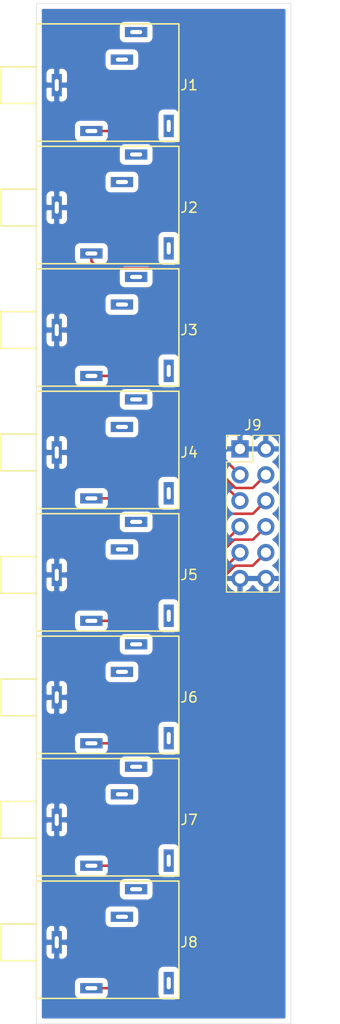
<source format=kicad_pcb>
(kicad_pcb (version 20171130) (host pcbnew "(5.1.5)-3")

  (general
    (thickness 1.6)
    (drawings 4)
    (tracks 60)
    (zones 0)
    (modules 9)
    (nets 18)
  )

  (page A4)
  (layers
    (0 F.Cu signal)
    (31 B.Cu signal)
    (32 B.Adhes user)
    (33 F.Adhes user)
    (34 B.Paste user)
    (35 F.Paste user)
    (36 B.SilkS user)
    (37 F.SilkS user)
    (38 B.Mask user)
    (39 F.Mask user)
    (40 Dwgs.User user)
    (41 Cmts.User user)
    (42 Eco1.User user)
    (43 Eco2.User user)
    (44 Edge.Cuts user)
    (45 Margin user)
    (46 B.CrtYd user)
    (47 F.CrtYd user)
    (48 B.Fab user)
    (49 F.Fab user)
  )

  (setup
    (last_trace_width 0.25)
    (trace_clearance 0.2)
    (zone_clearance 0.508)
    (zone_45_only no)
    (trace_min 0.2)
    (via_size 0.8)
    (via_drill 0.4)
    (via_min_size 0.4)
    (via_min_drill 0.3)
    (uvia_size 0.3)
    (uvia_drill 0.1)
    (uvias_allowed no)
    (uvia_min_size 0.2)
    (uvia_min_drill 0.1)
    (edge_width 0.05)
    (segment_width 0.2)
    (pcb_text_width 0.3)
    (pcb_text_size 1.5 1.5)
    (mod_edge_width 0.12)
    (mod_text_size 1 1)
    (mod_text_width 0.15)
    (pad_size 1.524 1.524)
    (pad_drill 0.762)
    (pad_to_mask_clearance 0.051)
    (solder_mask_min_width 0.25)
    (aux_axis_origin 0 0)
    (visible_elements 7FFFFFFF)
    (pcbplotparams
      (layerselection 0x010f8_ffffffff)
      (usegerberextensions false)
      (usegerberattributes false)
      (usegerberadvancedattributes false)
      (creategerberjobfile false)
      (excludeedgelayer true)
      (linewidth 0.100000)
      (plotframeref false)
      (viasonmask false)
      (mode 1)
      (useauxorigin false)
      (hpglpennumber 1)
      (hpglpenspeed 20)
      (hpglpendiameter 15.000000)
      (psnegative false)
      (psa4output false)
      (plotreference true)
      (plotvalue true)
      (plotinvisibletext false)
      (padsonsilk false)
      (subtractmaskfromsilk false)
      (outputformat 1)
      (mirror false)
      (drillshape 0)
      (scaleselection 1)
      (outputdirectory "Gerbers/"))
  )

  (net 0 "")
  (net 1 GND)
  (net 2 "Net-(J1-Pad3)")
  (net 3 "Net-(J1-Pad2)")
  (net 4 "Net-(J2-Pad2)")
  (net 5 "Net-(J2-Pad3)")
  (net 6 "Net-(J3-Pad3)")
  (net 7 "Net-(J3-Pad2)")
  (net 8 "Net-(J4-Pad2)")
  (net 9 "Net-(J4-Pad3)")
  (net 10 "Net-(J5-Pad3)")
  (net 11 "Net-(J5-Pad2)")
  (net 12 "Net-(J6-Pad2)")
  (net 13 "Net-(J6-Pad3)")
  (net 14 "Net-(J7-Pad3)")
  (net 15 "Net-(J7-Pad2)")
  (net 16 "Net-(J8-Pad2)")
  (net 17 "Net-(J8-Pad3)")

  (net_class Default "This is the default net class."
    (clearance 0.2)
    (trace_width 0.25)
    (via_dia 0.8)
    (via_drill 0.4)
    (uvia_dia 0.3)
    (uvia_drill 0.1)
    (add_net GND)
    (add_net "Net-(J1-Pad2)")
    (add_net "Net-(J1-Pad3)")
    (add_net "Net-(J2-Pad2)")
    (add_net "Net-(J2-Pad3)")
    (add_net "Net-(J3-Pad2)")
    (add_net "Net-(J3-Pad3)")
    (add_net "Net-(J4-Pad2)")
    (add_net "Net-(J4-Pad3)")
    (add_net "Net-(J5-Pad2)")
    (add_net "Net-(J5-Pad3)")
    (add_net "Net-(J6-Pad2)")
    (add_net "Net-(J6-Pad3)")
    (add_net "Net-(J7-Pad2)")
    (add_net "Net-(J7-Pad3)")
    (add_net "Net-(J8-Pad2)")
    (add_net "Net-(J8-Pad3)")
  )

  (module Custom_Library:Mono_Jack_3.5mm_Switch_Switchcraft_35RAPC2AH3 (layer F.Cu) (tedit 5E2E41E0) (tstamp 5F1F6C25)
    (at 0 8)
    (descr "Switchcarft Mono 3.5mm Audio Jack with Switched")
    (path /5F1F68C5)
    (fp_text reference J1 (at 15 0) (layer F.SilkS)
      (effects (font (size 1 1) (thickness 0.15)))
    )
    (fp_text value AudioJack1_Switch (at 7.6835 -7.493) (layer F.Fab)
      (effects (font (size 1 1) (thickness 0.15)))
    )
    (fp_line (start 0 -6) (end 14 -6) (layer F.SilkS) (width 0.15))
    (fp_line (start 14 -6) (end 14 5.5) (layer F.SilkS) (width 0.15))
    (fp_line (start 14 5.5) (end 0 5.5) (layer F.SilkS) (width 0.15))
    (fp_line (start 0 5.5) (end 0 -6) (layer F.SilkS) (width 0.15))
    (fp_line (start 0 -1.8) (end -3.5 -1.8) (layer F.SilkS) (width 0.15))
    (fp_line (start -3.5 -1.8) (end -3.5 1.8) (layer F.SilkS) (width 0.15))
    (fp_line (start 0 1.8) (end -3.5 1.8) (layer F.SilkS) (width 0.15))
    (pad 1 thru_hole rect (at 2 0) (size 1 2.2) (drill oval 0.4 1.2) (layers *.Cu *.Mask)
      (net 1 GND))
    (pad 3 thru_hole rect (at 5.4 4.5) (size 2.2 1) (drill oval 1.2 0.4) (layers *.Cu *.Mask)
      (net 2 "Net-(J1-Pad3)"))
    (pad 2 thru_hole rect (at 13 4) (size 1 2.2) (drill oval 0.4 1.2) (layers *.Cu *.Mask)
      (net 3 "Net-(J1-Pad2)"))
    (pad ~ thru_hole rect (at 8.4 -2.5) (size 2.2 1) (drill oval 1.2 0.4) (layers *.Cu *.Mask))
    (pad ~ thru_hole rect (at 9.8 -5.2) (size 2.2 1) (drill oval 1.2 0.4) (layers *.Cu *.Mask))
  )

  (module Custom_Library:Mono_Jack_3.5mm_Switch_Switchcraft_35RAPC2AH3 (layer F.Cu) (tedit 5E2E41E0) (tstamp 5F1F6C35)
    (at 0 20)
    (descr "Switchcarft Mono 3.5mm Audio Jack with Switched")
    (path /5F1F6EBA)
    (fp_text reference J2 (at 15 0) (layer F.SilkS)
      (effects (font (size 1 1) (thickness 0.15)))
    )
    (fp_text value AudioJack1_Switch (at 7.6835 -7.493) (layer F.Fab)
      (effects (font (size 1 1) (thickness 0.15)))
    )
    (fp_line (start 0 1.8) (end -3.5 1.8) (layer F.SilkS) (width 0.15))
    (fp_line (start -3.5 -1.8) (end -3.5 1.8) (layer F.SilkS) (width 0.15))
    (fp_line (start 0 -1.8) (end -3.5 -1.8) (layer F.SilkS) (width 0.15))
    (fp_line (start 0 5.5) (end 0 -6) (layer F.SilkS) (width 0.15))
    (fp_line (start 14 5.5) (end 0 5.5) (layer F.SilkS) (width 0.15))
    (fp_line (start 14 -6) (end 14 5.5) (layer F.SilkS) (width 0.15))
    (fp_line (start 0 -6) (end 14 -6) (layer F.SilkS) (width 0.15))
    (pad ~ thru_hole rect (at 9.8 -5.2) (size 2.2 1) (drill oval 1.2 0.4) (layers *.Cu *.Mask))
    (pad ~ thru_hole rect (at 8.4 -2.5) (size 2.2 1) (drill oval 1.2 0.4) (layers *.Cu *.Mask))
    (pad 2 thru_hole rect (at 13 4) (size 1 2.2) (drill oval 0.4 1.2) (layers *.Cu *.Mask)
      (net 4 "Net-(J2-Pad2)"))
    (pad 3 thru_hole rect (at 5.4 4.5) (size 2.2 1) (drill oval 1.2 0.4) (layers *.Cu *.Mask)
      (net 5 "Net-(J2-Pad3)"))
    (pad 1 thru_hole rect (at 2 0) (size 1 2.2) (drill oval 0.4 1.2) (layers *.Cu *.Mask)
      (net 1 GND))
  )

  (module Custom_Library:Mono_Jack_3.5mm_Switch_Switchcraft_35RAPC2AH3 (layer F.Cu) (tedit 5E2E41E0) (tstamp 5F1F6C45)
    (at 0 32)
    (descr "Switchcarft Mono 3.5mm Audio Jack with Switched")
    (path /5F1F7676)
    (fp_text reference J3 (at 15 0) (layer F.SilkS)
      (effects (font (size 1 1) (thickness 0.15)))
    )
    (fp_text value AudioJack1_Switch (at 7.6835 -7.493) (layer F.Fab)
      (effects (font (size 1 1) (thickness 0.15)))
    )
    (fp_line (start 0 -6) (end 14 -6) (layer F.SilkS) (width 0.15))
    (fp_line (start 14 -6) (end 14 5.5) (layer F.SilkS) (width 0.15))
    (fp_line (start 14 5.5) (end 0 5.5) (layer F.SilkS) (width 0.15))
    (fp_line (start 0 5.5) (end 0 -6) (layer F.SilkS) (width 0.15))
    (fp_line (start 0 -1.8) (end -3.5 -1.8) (layer F.SilkS) (width 0.15))
    (fp_line (start -3.5 -1.8) (end -3.5 1.8) (layer F.SilkS) (width 0.15))
    (fp_line (start 0 1.8) (end -3.5 1.8) (layer F.SilkS) (width 0.15))
    (pad 1 thru_hole rect (at 2 0) (size 1 2.2) (drill oval 0.4 1.2) (layers *.Cu *.Mask)
      (net 1 GND))
    (pad 3 thru_hole rect (at 5.4 4.5) (size 2.2 1) (drill oval 1.2 0.4) (layers *.Cu *.Mask)
      (net 6 "Net-(J3-Pad3)"))
    (pad 2 thru_hole rect (at 13 4) (size 1 2.2) (drill oval 0.4 1.2) (layers *.Cu *.Mask)
      (net 7 "Net-(J3-Pad2)"))
    (pad ~ thru_hole rect (at 8.4 -2.5) (size 2.2 1) (drill oval 1.2 0.4) (layers *.Cu *.Mask))
    (pad ~ thru_hole rect (at 9.8 -5.2) (size 2.2 1) (drill oval 1.2 0.4) (layers *.Cu *.Mask))
  )

  (module Custom_Library:Mono_Jack_3.5mm_Switch_Switchcraft_35RAPC2AH3 (layer F.Cu) (tedit 5E2E41E0) (tstamp 5F1F6C55)
    (at 0 44)
    (descr "Switchcarft Mono 3.5mm Audio Jack with Switched")
    (path /5F1F808F)
    (fp_text reference J4 (at 15 0) (layer F.SilkS)
      (effects (font (size 1 1) (thickness 0.15)))
    )
    (fp_text value AudioJack1_Switch (at 7.6835 -7.493) (layer F.Fab)
      (effects (font (size 1 1) (thickness 0.15)))
    )
    (fp_line (start 0 1.8) (end -3.5 1.8) (layer F.SilkS) (width 0.15))
    (fp_line (start -3.5 -1.8) (end -3.5 1.8) (layer F.SilkS) (width 0.15))
    (fp_line (start 0 -1.8) (end -3.5 -1.8) (layer F.SilkS) (width 0.15))
    (fp_line (start 0 5.5) (end 0 -6) (layer F.SilkS) (width 0.15))
    (fp_line (start 14 5.5) (end 0 5.5) (layer F.SilkS) (width 0.15))
    (fp_line (start 14 -6) (end 14 5.5) (layer F.SilkS) (width 0.15))
    (fp_line (start 0 -6) (end 14 -6) (layer F.SilkS) (width 0.15))
    (pad ~ thru_hole rect (at 9.8 -5.2) (size 2.2 1) (drill oval 1.2 0.4) (layers *.Cu *.Mask))
    (pad ~ thru_hole rect (at 8.4 -2.5) (size 2.2 1) (drill oval 1.2 0.4) (layers *.Cu *.Mask))
    (pad 2 thru_hole rect (at 13 4) (size 1 2.2) (drill oval 0.4 1.2) (layers *.Cu *.Mask)
      (net 8 "Net-(J4-Pad2)"))
    (pad 3 thru_hole rect (at 5.4 4.5) (size 2.2 1) (drill oval 1.2 0.4) (layers *.Cu *.Mask)
      (net 9 "Net-(J4-Pad3)"))
    (pad 1 thru_hole rect (at 2 0) (size 1 2.2) (drill oval 0.4 1.2) (layers *.Cu *.Mask)
      (net 1 GND))
  )

  (module Custom_Library:Mono_Jack_3.5mm_Switch_Switchcraft_35RAPC2AH3 (layer F.Cu) (tedit 5E2E41E0) (tstamp 5F1F6C65)
    (at 0 56)
    (descr "Switchcarft Mono 3.5mm Audio Jack with Switched")
    (path /5F1FBDD0)
    (fp_text reference J5 (at 15 0) (layer F.SilkS)
      (effects (font (size 1 1) (thickness 0.15)))
    )
    (fp_text value AudioJack1_Switch (at 7.6835 -7.493) (layer F.Fab)
      (effects (font (size 1 1) (thickness 0.15)))
    )
    (fp_line (start 0 -6) (end 14 -6) (layer F.SilkS) (width 0.15))
    (fp_line (start 14 -6) (end 14 5.5) (layer F.SilkS) (width 0.15))
    (fp_line (start 14 5.5) (end 0 5.5) (layer F.SilkS) (width 0.15))
    (fp_line (start 0 5.5) (end 0 -6) (layer F.SilkS) (width 0.15))
    (fp_line (start 0 -1.8) (end -3.5 -1.8) (layer F.SilkS) (width 0.15))
    (fp_line (start -3.5 -1.8) (end -3.5 1.8) (layer F.SilkS) (width 0.15))
    (fp_line (start 0 1.8) (end -3.5 1.8) (layer F.SilkS) (width 0.15))
    (pad 1 thru_hole rect (at 2 0) (size 1 2.2) (drill oval 0.4 1.2) (layers *.Cu *.Mask)
      (net 1 GND))
    (pad 3 thru_hole rect (at 5.4 4.5) (size 2.2 1) (drill oval 1.2 0.4) (layers *.Cu *.Mask)
      (net 10 "Net-(J5-Pad3)"))
    (pad 2 thru_hole rect (at 13 4) (size 1 2.2) (drill oval 0.4 1.2) (layers *.Cu *.Mask)
      (net 11 "Net-(J5-Pad2)"))
    (pad ~ thru_hole rect (at 8.4 -2.5) (size 2.2 1) (drill oval 1.2 0.4) (layers *.Cu *.Mask))
    (pad ~ thru_hole rect (at 9.8 -5.2) (size 2.2 1) (drill oval 1.2 0.4) (layers *.Cu *.Mask))
  )

  (module Custom_Library:Mono_Jack_3.5mm_Switch_Switchcraft_35RAPC2AH3 (layer F.Cu) (tedit 5E2E41E0) (tstamp 5F1F6C75)
    (at 0 68)
    (descr "Switchcarft Mono 3.5mm Audio Jack with Switched")
    (path /5F1FBDDA)
    (fp_text reference J6 (at 15 0) (layer F.SilkS)
      (effects (font (size 1 1) (thickness 0.15)))
    )
    (fp_text value AudioJack1_Switch (at 7.6835 -7.493) (layer F.Fab)
      (effects (font (size 1 1) (thickness 0.15)))
    )
    (fp_line (start 0 1.8) (end -3.5 1.8) (layer F.SilkS) (width 0.15))
    (fp_line (start -3.5 -1.8) (end -3.5 1.8) (layer F.SilkS) (width 0.15))
    (fp_line (start 0 -1.8) (end -3.5 -1.8) (layer F.SilkS) (width 0.15))
    (fp_line (start 0 5.5) (end 0 -6) (layer F.SilkS) (width 0.15))
    (fp_line (start 14 5.5) (end 0 5.5) (layer F.SilkS) (width 0.15))
    (fp_line (start 14 -6) (end 14 5.5) (layer F.SilkS) (width 0.15))
    (fp_line (start 0 -6) (end 14 -6) (layer F.SilkS) (width 0.15))
    (pad ~ thru_hole rect (at 9.8 -5.2) (size 2.2 1) (drill oval 1.2 0.4) (layers *.Cu *.Mask))
    (pad ~ thru_hole rect (at 8.4 -2.5) (size 2.2 1) (drill oval 1.2 0.4) (layers *.Cu *.Mask))
    (pad 2 thru_hole rect (at 13 4) (size 1 2.2) (drill oval 0.4 1.2) (layers *.Cu *.Mask)
      (net 12 "Net-(J6-Pad2)"))
    (pad 3 thru_hole rect (at 5.4 4.5) (size 2.2 1) (drill oval 1.2 0.4) (layers *.Cu *.Mask)
      (net 13 "Net-(J6-Pad3)"))
    (pad 1 thru_hole rect (at 2 0) (size 1 2.2) (drill oval 0.4 1.2) (layers *.Cu *.Mask)
      (net 1 GND))
  )

  (module Custom_Library:Mono_Jack_3.5mm_Switch_Switchcraft_35RAPC2AH3 (layer F.Cu) (tedit 5E2E41E0) (tstamp 5F1F6C85)
    (at 0 80)
    (descr "Switchcarft Mono 3.5mm Audio Jack with Switched")
    (path /5F1FBDE4)
    (fp_text reference J7 (at 15 0) (layer F.SilkS)
      (effects (font (size 1 1) (thickness 0.15)))
    )
    (fp_text value AudioJack1_Switch (at 7.6835 -7.493) (layer F.Fab)
      (effects (font (size 1 1) (thickness 0.15)))
    )
    (fp_line (start 0 -6) (end 14 -6) (layer F.SilkS) (width 0.15))
    (fp_line (start 14 -6) (end 14 5.5) (layer F.SilkS) (width 0.15))
    (fp_line (start 14 5.5) (end 0 5.5) (layer F.SilkS) (width 0.15))
    (fp_line (start 0 5.5) (end 0 -6) (layer F.SilkS) (width 0.15))
    (fp_line (start 0 -1.8) (end -3.5 -1.8) (layer F.SilkS) (width 0.15))
    (fp_line (start -3.5 -1.8) (end -3.5 1.8) (layer F.SilkS) (width 0.15))
    (fp_line (start 0 1.8) (end -3.5 1.8) (layer F.SilkS) (width 0.15))
    (pad 1 thru_hole rect (at 2 0) (size 1 2.2) (drill oval 0.4 1.2) (layers *.Cu *.Mask)
      (net 1 GND))
    (pad 3 thru_hole rect (at 5.4 4.5) (size 2.2 1) (drill oval 1.2 0.4) (layers *.Cu *.Mask)
      (net 14 "Net-(J7-Pad3)"))
    (pad 2 thru_hole rect (at 13 4) (size 1 2.2) (drill oval 0.4 1.2) (layers *.Cu *.Mask)
      (net 15 "Net-(J7-Pad2)"))
    (pad ~ thru_hole rect (at 8.4 -2.5) (size 2.2 1) (drill oval 1.2 0.4) (layers *.Cu *.Mask))
    (pad ~ thru_hole rect (at 9.8 -5.2) (size 2.2 1) (drill oval 1.2 0.4) (layers *.Cu *.Mask))
  )

  (module Custom_Library:Mono_Jack_3.5mm_Switch_Switchcraft_35RAPC2AH3 (layer F.Cu) (tedit 5E2E41E0) (tstamp 5F1F6C95)
    (at 0 92)
    (descr "Switchcarft Mono 3.5mm Audio Jack with Switched")
    (path /5F1FBDEE)
    (fp_text reference J8 (at 15 0) (layer F.SilkS)
      (effects (font (size 1 1) (thickness 0.15)))
    )
    (fp_text value AudioJack1_Switch (at 7.6835 -7.493) (layer F.Fab)
      (effects (font (size 1 1) (thickness 0.15)))
    )
    (fp_line (start 0 1.8) (end -3.5 1.8) (layer F.SilkS) (width 0.15))
    (fp_line (start -3.5 -1.8) (end -3.5 1.8) (layer F.SilkS) (width 0.15))
    (fp_line (start 0 -1.8) (end -3.5 -1.8) (layer F.SilkS) (width 0.15))
    (fp_line (start 0 5.5) (end 0 -6) (layer F.SilkS) (width 0.15))
    (fp_line (start 14 5.5) (end 0 5.5) (layer F.SilkS) (width 0.15))
    (fp_line (start 14 -6) (end 14 5.5) (layer F.SilkS) (width 0.15))
    (fp_line (start 0 -6) (end 14 -6) (layer F.SilkS) (width 0.15))
    (pad ~ thru_hole rect (at 9.8 -5.2) (size 2.2 1) (drill oval 1.2 0.4) (layers *.Cu *.Mask))
    (pad ~ thru_hole rect (at 8.4 -2.5) (size 2.2 1) (drill oval 1.2 0.4) (layers *.Cu *.Mask))
    (pad 2 thru_hole rect (at 13 4) (size 1 2.2) (drill oval 0.4 1.2) (layers *.Cu *.Mask)
      (net 16 "Net-(J8-Pad2)"))
    (pad 3 thru_hole rect (at 5.4 4.5) (size 2.2 1) (drill oval 1.2 0.4) (layers *.Cu *.Mask)
      (net 17 "Net-(J8-Pad3)"))
    (pad 1 thru_hole rect (at 2 0) (size 1 2.2) (drill oval 0.4 1.2) (layers *.Cu *.Mask)
      (net 1 GND))
  )

  (module Pin_Headers:Pin_Header_Straight_2x06_Pitch2.54mm (layer F.Cu) (tedit 59650532) (tstamp 5F1F7B52)
    (at 20 43.65)
    (descr "Through hole straight pin header, 2x06, 2.54mm pitch, double rows")
    (tags "Through hole pin header THT 2x06 2.54mm double row")
    (path /5F1F85EF)
    (fp_text reference J9 (at 1.27 -2.33) (layer F.SilkS)
      (effects (font (size 1 1) (thickness 0.15)))
    )
    (fp_text value Conn_02x06_Odd_Even (at 1.27 15.03) (layer F.Fab)
      (effects (font (size 1 1) (thickness 0.15)))
    )
    (fp_text user %R (at 1.27 6.35 90) (layer F.Fab)
      (effects (font (size 1 1) (thickness 0.15)))
    )
    (fp_line (start 4.35 -1.8) (end -1.8 -1.8) (layer F.CrtYd) (width 0.05))
    (fp_line (start 4.35 14.5) (end 4.35 -1.8) (layer F.CrtYd) (width 0.05))
    (fp_line (start -1.8 14.5) (end 4.35 14.5) (layer F.CrtYd) (width 0.05))
    (fp_line (start -1.8 -1.8) (end -1.8 14.5) (layer F.CrtYd) (width 0.05))
    (fp_line (start -1.33 -1.33) (end 0 -1.33) (layer F.SilkS) (width 0.12))
    (fp_line (start -1.33 0) (end -1.33 -1.33) (layer F.SilkS) (width 0.12))
    (fp_line (start 1.27 -1.33) (end 3.87 -1.33) (layer F.SilkS) (width 0.12))
    (fp_line (start 1.27 1.27) (end 1.27 -1.33) (layer F.SilkS) (width 0.12))
    (fp_line (start -1.33 1.27) (end 1.27 1.27) (layer F.SilkS) (width 0.12))
    (fp_line (start 3.87 -1.33) (end 3.87 14.03) (layer F.SilkS) (width 0.12))
    (fp_line (start -1.33 1.27) (end -1.33 14.03) (layer F.SilkS) (width 0.12))
    (fp_line (start -1.33 14.03) (end 3.87 14.03) (layer F.SilkS) (width 0.12))
    (fp_line (start -1.27 0) (end 0 -1.27) (layer F.Fab) (width 0.1))
    (fp_line (start -1.27 13.97) (end -1.27 0) (layer F.Fab) (width 0.1))
    (fp_line (start 3.81 13.97) (end -1.27 13.97) (layer F.Fab) (width 0.1))
    (fp_line (start 3.81 -1.27) (end 3.81 13.97) (layer F.Fab) (width 0.1))
    (fp_line (start 0 -1.27) (end 3.81 -1.27) (layer F.Fab) (width 0.1))
    (pad 12 thru_hole oval (at 2.54 12.7) (size 1.7 1.7) (drill 1) (layers *.Cu *.Mask)
      (net 1 GND))
    (pad 11 thru_hole oval (at 0 12.7) (size 1.7 1.7) (drill 1) (layers *.Cu *.Mask)
      (net 1 GND))
    (pad 10 thru_hole oval (at 2.54 10.16) (size 1.7 1.7) (drill 1) (layers *.Cu *.Mask)
      (net 17 "Net-(J8-Pad3)"))
    (pad 9 thru_hole oval (at 0 10.16) (size 1.7 1.7) (drill 1) (layers *.Cu *.Mask)
      (net 14 "Net-(J7-Pad3)"))
    (pad 8 thru_hole oval (at 2.54 7.62) (size 1.7 1.7) (drill 1) (layers *.Cu *.Mask)
      (net 13 "Net-(J6-Pad3)"))
    (pad 7 thru_hole oval (at 0 7.62) (size 1.7 1.7) (drill 1) (layers *.Cu *.Mask)
      (net 10 "Net-(J5-Pad3)"))
    (pad 6 thru_hole oval (at 2.54 5.08) (size 1.7 1.7) (drill 1) (layers *.Cu *.Mask)
      (net 9 "Net-(J4-Pad3)"))
    (pad 5 thru_hole oval (at 0 5.08) (size 1.7 1.7) (drill 1) (layers *.Cu *.Mask)
      (net 6 "Net-(J3-Pad3)"))
    (pad 4 thru_hole oval (at 2.54 2.54) (size 1.7 1.7) (drill 1) (layers *.Cu *.Mask)
      (net 5 "Net-(J2-Pad3)"))
    (pad 3 thru_hole oval (at 0 2.54) (size 1.7 1.7) (drill 1) (layers *.Cu *.Mask)
      (net 2 "Net-(J1-Pad3)"))
    (pad 2 thru_hole oval (at 2.54 0) (size 1.7 1.7) (drill 1) (layers *.Cu *.Mask)
      (net 1 GND))
    (pad 1 thru_hole rect (at 0 0) (size 1.7 1.7) (drill 1) (layers *.Cu *.Mask)
      (net 1 GND))
    (model ${KISYS3DMOD}/Pin_Headers.3dshapes/Pin_Header_Straight_2x06_Pitch2.54mm.wrl
      (at (xyz 0 0 0))
      (scale (xyz 1 1 1))
      (rotate (xyz 0 0 0))
    )
  )

  (gr_line (start 25 0) (end 25 100) (layer Edge.Cuts) (width 0.05))
  (gr_line (start 0 100) (end 25 100) (layer Edge.Cuts) (width 0.05))
  (gr_line (start 0 0) (end 0 100) (layer Edge.Cuts) (width 0.05))
  (gr_line (start 0 0) (end 25 0) (layer Edge.Cuts) (width 0.05))

  (segment (start 18.088202 38.97942) (end 18.087771 38.978989) (width 0.25) (layer F.Cu) (net 2))
  (segment (start 20 46.19) (end 18.088202 44.278202) (width 0.25) (layer F.Cu) (net 2))
  (segment (start 10.49594 12.5) (end 6.75 12.5) (width 0.25) (layer F.Cu) (net 2))
  (segment (start 18.0848 27.654109) (end 18.0848 16.23314) (width 0.25) (layer F.Cu) (net 2))
  (segment (start 15.8496 13.99794) (end 11.99388 13.99794) (width 0.25) (layer F.Cu) (net 2))
  (segment (start 18.0848 16.23314) (end 15.8496 13.99794) (width 0.25) (layer F.Cu) (net 2))
  (segment (start 11.99388 13.99794) (end 10.49594 12.5) (width 0.25) (layer F.Cu) (net 2))
  (segment (start 18.087771 27.65708) (end 18.0848 27.654109) (width 0.25) (layer F.Cu) (net 2))
  (segment (start 18.087771 38.978989) (end 18.087771 27.65708) (width 0.25) (layer F.Cu) (net 2))
  (segment (start 18.088202 44.278202) (end 18.088202 38.97942) (width 0.25) (layer F.Cu) (net 2))
  (segment (start 6.75 12.5) (end 5.4 12.5) (width 0.25) (layer F.Cu) (net 2))
  (segment (start 19.551218 47.48022) (end 17.638191 45.567193) (width 0.25) (layer F.Cu) (net 5))
  (segment (start 6.1215 25.9715) (end 5.4 25.25) (width 0.25) (layer F.Cu) (net 5))
  (segment (start 17.63776 27.84348) (end 15.76578 25.9715) (width 0.25) (layer F.Cu) (net 5))
  (segment (start 15.76578 25.9715) (end 6.1215 25.9715) (width 0.25) (layer F.Cu) (net 5))
  (segment (start 17.63776 39.165389) (end 17.63776 27.84348) (width 0.25) (layer F.Cu) (net 5))
  (segment (start 17.638191 39.16582) (end 17.63776 39.165389) (width 0.25) (layer F.Cu) (net 5))
  (segment (start 21.24978 47.48022) (end 19.551218 47.48022) (width 0.25) (layer F.Cu) (net 5))
  (segment (start 22.54 46.19) (end 21.24978 47.48022) (width 0.25) (layer F.Cu) (net 5))
  (segment (start 5.4 25.25) (end 5.4 24.5) (width 0.25) (layer F.Cu) (net 5))
  (segment (start 17.638191 45.567193) (end 17.638191 39.16582) (width 0.25) (layer F.Cu) (net 5))
  (segment (start 17.18818 45.91818) (end 20 48.73) (width 0.25) (layer F.Cu) (net 6))
  (segment (start 17.18818 39.35222) (end 17.18818 45.91818) (width 0.25) (layer F.Cu) (net 6))
  (segment (start 15.78356 37.9476) (end 17.18818 39.35222) (width 0.25) (layer F.Cu) (net 6))
  (segment (start 11.97864 37.9476) (end 15.78356 37.9476) (width 0.25) (layer F.Cu) (net 6))
  (segment (start 5.4 36.5) (end 10.53104 36.5) (width 0.25) (layer F.Cu) (net 6))
  (segment (start 10.53104 36.5) (end 11.97864 37.9476) (width 0.25) (layer F.Cu) (net 6))
  (segment (start 21.26502 50.00498) (end 21.690001 49.579999) (width 0.25) (layer F.Cu) (net 9))
  (segment (start 12.09548 50.00498) (end 21.26502 50.00498) (width 0.25) (layer F.Cu) (net 9))
  (segment (start 21.690001 49.579999) (end 22.54 48.73) (width 0.25) (layer F.Cu) (net 9))
  (segment (start 5.4 48.5) (end 10.5905 48.5) (width 0.25) (layer F.Cu) (net 9))
  (segment (start 10.5905 48.5) (end 12.09548 50.00498) (width 0.25) (layer F.Cu) (net 9))
  (segment (start 20 51.27) (end 16.72207 54.54793) (width 0.25) (layer F.Cu) (net 10))
  (segment (start 16.72207 54.54793) (end 16.72207 60.55743) (width 0.25) (layer F.Cu) (net 10))
  (segment (start 16.72207 60.55743) (end 15.2781 62.0014) (width 0.25) (layer F.Cu) (net 10))
  (segment (start 15.2781 62.0014) (end 12.02944 62.0014) (width 0.25) (layer F.Cu) (net 10))
  (segment (start 10.52804 60.5) (end 5.4 60.5) (width 0.25) (layer F.Cu) (net 10))
  (segment (start 12.02944 62.0014) (end 10.52804 60.5) (width 0.25) (layer F.Cu) (net 10))
  (segment (start 12.01928 74.00798) (end 10.5113 72.5) (width 0.25) (layer F.Cu) (net 13))
  (segment (start 15.494 74.00798) (end 12.01928 74.00798) (width 0.25) (layer F.Cu) (net 13))
  (segment (start 10.5113 72.5) (end 5.4 72.5) (width 0.25) (layer F.Cu) (net 13))
  (segment (start 21.2701 52.5399) (end 19.42846 52.5399) (width 0.25) (layer F.Cu) (net 13))
  (segment (start 22.54 51.27) (end 21.2701 52.5399) (width 0.25) (layer F.Cu) (net 13))
  (segment (start 19.42846 52.5399) (end 17.17208 54.79628) (width 0.25) (layer F.Cu) (net 13))
  (segment (start 17.17208 54.79628) (end 17.17208 72.3299) (width 0.25) (layer F.Cu) (net 13))
  (segment (start 17.17208 72.3299) (end 15.494 74.00798) (width 0.25) (layer F.Cu) (net 13))
  (segment (start 20 53.81) (end 17.62209 56.18791) (width 0.25) (layer F.Cu) (net 14))
  (segment (start 17.62209 56.18791) (end 17.62209 83.89155) (width 0.25) (layer F.Cu) (net 14))
  (segment (start 17.62209 83.89155) (end 15.50924 86.0044) (width 0.25) (layer F.Cu) (net 14))
  (segment (start 15.50924 86.0044) (end 11.97864 86.0044) (width 0.25) (layer F.Cu) (net 14))
  (segment (start 10.47424 84.5) (end 5.4 84.5) (width 0.25) (layer F.Cu) (net 14))
  (segment (start 11.97864 86.0044) (end 10.47424 84.5) (width 0.25) (layer F.Cu) (net 14))
  (segment (start 12.13104 97.99574) (end 10.6353 96.5) (width 0.25) (layer F.Cu) (net 17))
  (segment (start 10.6353 96.5) (end 5.4 96.5) (width 0.25) (layer F.Cu) (net 17))
  (segment (start 15.57528 97.99574) (end 12.13104 97.99574) (width 0.25) (layer F.Cu) (net 17))
  (segment (start 21.25486 55.09514) (end 19.515858 55.09514) (width 0.25) (layer F.Cu) (net 17))
  (segment (start 22.54 53.81) (end 21.25486 55.09514) (width 0.25) (layer F.Cu) (net 17))
  (segment (start 19.515858 55.09514) (end 18.0721 56.538898) (width 0.25) (layer F.Cu) (net 17))
  (segment (start 18.0721 56.538898) (end 18.0721 95.49892) (width 0.25) (layer F.Cu) (net 17))
  (segment (start 18.0721 95.49892) (end 15.57528 97.99574) (width 0.25) (layer F.Cu) (net 17))

  (zone (net 1) (net_name GND) (layer B.Cu) (tstamp 5F1F73AE) (hatch edge 0.508)
    (connect_pads (clearance 0.508))
    (min_thickness 0.254)
    (fill yes (arc_segments 32) (thermal_gap 0.508) (thermal_bridge_width 0.508))
    (polygon
      (pts
        (xy 25.0063 0.00762) (xy 24.96312 99.99726) (xy 0.03048 99.9871) (xy 0.00762 -0.00254)
      )
    )
    (filled_polygon
      (pts
        (xy 24.340001 99.34) (xy 0.66 99.34) (xy 0.66 96) (xy 3.661928 96) (xy 3.661928 97)
        (xy 3.674188 97.124482) (xy 3.710498 97.24418) (xy 3.769463 97.354494) (xy 3.848815 97.451185) (xy 3.945506 97.530537)
        (xy 4.05582 97.589502) (xy 4.175518 97.625812) (xy 4.3 97.638072) (xy 6.5 97.638072) (xy 6.624482 97.625812)
        (xy 6.74418 97.589502) (xy 6.854494 97.530537) (xy 6.951185 97.451185) (xy 7.030537 97.354494) (xy 7.089502 97.24418)
        (xy 7.125812 97.124482) (xy 7.138072 97) (xy 7.138072 96) (xy 7.125812 95.875518) (xy 7.089502 95.75582)
        (xy 7.030537 95.645506) (xy 6.951185 95.548815) (xy 6.854494 95.469463) (xy 6.74418 95.410498) (xy 6.624482 95.374188)
        (xy 6.5 95.361928) (xy 4.3 95.361928) (xy 4.175518 95.374188) (xy 4.05582 95.410498) (xy 3.945506 95.469463)
        (xy 3.848815 95.548815) (xy 3.769463 95.645506) (xy 3.710498 95.75582) (xy 3.674188 95.875518) (xy 3.661928 96)
        (xy 0.66 96) (xy 0.66 94.9) (xy 11.861928 94.9) (xy 11.861928 97.1) (xy 11.874188 97.224482)
        (xy 11.910498 97.34418) (xy 11.969463 97.454494) (xy 12.048815 97.551185) (xy 12.145506 97.630537) (xy 12.25582 97.689502)
        (xy 12.375518 97.725812) (xy 12.5 97.738072) (xy 13.5 97.738072) (xy 13.624482 97.725812) (xy 13.74418 97.689502)
        (xy 13.854494 97.630537) (xy 13.951185 97.551185) (xy 14.030537 97.454494) (xy 14.089502 97.34418) (xy 14.125812 97.224482)
        (xy 14.138072 97.1) (xy 14.138072 94.9) (xy 14.125812 94.775518) (xy 14.089502 94.65582) (xy 14.030537 94.545506)
        (xy 13.951185 94.448815) (xy 13.854494 94.369463) (xy 13.74418 94.310498) (xy 13.624482 94.274188) (xy 13.5 94.261928)
        (xy 12.5 94.261928) (xy 12.375518 94.274188) (xy 12.25582 94.310498) (xy 12.145506 94.369463) (xy 12.048815 94.448815)
        (xy 11.969463 94.545506) (xy 11.910498 94.65582) (xy 11.874188 94.775518) (xy 11.861928 94.9) (xy 0.66 94.9)
        (xy 0.66 93.1) (xy 0.861928 93.1) (xy 0.874188 93.224482) (xy 0.910498 93.34418) (xy 0.969463 93.454494)
        (xy 1.048815 93.551185) (xy 1.145506 93.630537) (xy 1.25582 93.689502) (xy 1.375518 93.725812) (xy 1.5 93.738072)
        (xy 1.71425 93.735) (xy 1.873 93.57625) (xy 1.873 92.127) (xy 2.127 92.127) (xy 2.127 93.57625)
        (xy 2.28575 93.735) (xy 2.5 93.738072) (xy 2.624482 93.725812) (xy 2.74418 93.689502) (xy 2.854494 93.630537)
        (xy 2.951185 93.551185) (xy 3.030537 93.454494) (xy 3.089502 93.34418) (xy 3.125812 93.224482) (xy 3.138072 93.1)
        (xy 3.135 92.28575) (xy 2.97625 92.127) (xy 2.127 92.127) (xy 1.873 92.127) (xy 1.02375 92.127)
        (xy 0.865 92.28575) (xy 0.861928 93.1) (xy 0.66 93.1) (xy 0.66 90.9) (xy 0.861928 90.9)
        (xy 0.865 91.71425) (xy 1.02375 91.873) (xy 1.873 91.873) (xy 1.873 90.42375) (xy 2.127 90.42375)
        (xy 2.127 91.873) (xy 2.97625 91.873) (xy 3.135 91.71425) (xy 3.138072 90.9) (xy 3.125812 90.775518)
        (xy 3.089502 90.65582) (xy 3.030537 90.545506) (xy 2.951185 90.448815) (xy 2.854494 90.369463) (xy 2.74418 90.310498)
        (xy 2.624482 90.274188) (xy 2.5 90.261928) (xy 2.28575 90.265) (xy 2.127 90.42375) (xy 1.873 90.42375)
        (xy 1.71425 90.265) (xy 1.5 90.261928) (xy 1.375518 90.274188) (xy 1.25582 90.310498) (xy 1.145506 90.369463)
        (xy 1.048815 90.448815) (xy 0.969463 90.545506) (xy 0.910498 90.65582) (xy 0.874188 90.775518) (xy 0.861928 90.9)
        (xy 0.66 90.9) (xy 0.66 89) (xy 6.661928 89) (xy 6.661928 90) (xy 6.674188 90.124482)
        (xy 6.710498 90.24418) (xy 6.769463 90.354494) (xy 6.848815 90.451185) (xy 6.945506 90.530537) (xy 7.05582 90.589502)
        (xy 7.175518 90.625812) (xy 7.3 90.638072) (xy 9.5 90.638072) (xy 9.624482 90.625812) (xy 9.74418 90.589502)
        (xy 9.854494 90.530537) (xy 9.951185 90.451185) (xy 10.030537 90.354494) (xy 10.089502 90.24418) (xy 10.125812 90.124482)
        (xy 10.138072 90) (xy 10.138072 89) (xy 10.125812 88.875518) (xy 10.089502 88.75582) (xy 10.030537 88.645506)
        (xy 9.951185 88.548815) (xy 9.854494 88.469463) (xy 9.74418 88.410498) (xy 9.624482 88.374188) (xy 9.5 88.361928)
        (xy 7.3 88.361928) (xy 7.175518 88.374188) (xy 7.05582 88.410498) (xy 6.945506 88.469463) (xy 6.848815 88.548815)
        (xy 6.769463 88.645506) (xy 6.710498 88.75582) (xy 6.674188 88.875518) (xy 6.661928 89) (xy 0.66 89)
        (xy 0.66 86.3) (xy 8.061928 86.3) (xy 8.061928 87.3) (xy 8.074188 87.424482) (xy 8.110498 87.54418)
        (xy 8.169463 87.654494) (xy 8.248815 87.751185) (xy 8.345506 87.830537) (xy 8.45582 87.889502) (xy 8.575518 87.925812)
        (xy 8.7 87.938072) (xy 10.9 87.938072) (xy 11.024482 87.925812) (xy 11.14418 87.889502) (xy 11.254494 87.830537)
        (xy 11.351185 87.751185) (xy 11.430537 87.654494) (xy 11.489502 87.54418) (xy 11.525812 87.424482) (xy 11.538072 87.3)
        (xy 11.538072 86.3) (xy 11.525812 86.175518) (xy 11.489502 86.05582) (xy 11.430537 85.945506) (xy 11.351185 85.848815)
        (xy 11.254494 85.769463) (xy 11.14418 85.710498) (xy 11.024482 85.674188) (xy 10.9 85.661928) (xy 8.7 85.661928)
        (xy 8.575518 85.674188) (xy 8.45582 85.710498) (xy 8.345506 85.769463) (xy 8.248815 85.848815) (xy 8.169463 85.945506)
        (xy 8.110498 86.05582) (xy 8.074188 86.175518) (xy 8.061928 86.3) (xy 0.66 86.3) (xy 0.66 84)
        (xy 3.661928 84) (xy 3.661928 85) (xy 3.674188 85.124482) (xy 3.710498 85.24418) (xy 3.769463 85.354494)
        (xy 3.848815 85.451185) (xy 3.945506 85.530537) (xy 4.05582 85.589502) (xy 4.175518 85.625812) (xy 4.3 85.638072)
        (xy 6.5 85.638072) (xy 6.624482 85.625812) (xy 6.74418 85.589502) (xy 6.854494 85.530537) (xy 6.951185 85.451185)
        (xy 7.030537 85.354494) (xy 7.089502 85.24418) (xy 7.125812 85.124482) (xy 7.138072 85) (xy 7.138072 84)
        (xy 7.125812 83.875518) (xy 7.089502 83.75582) (xy 7.030537 83.645506) (xy 6.951185 83.548815) (xy 6.854494 83.469463)
        (xy 6.74418 83.410498) (xy 6.624482 83.374188) (xy 6.5 83.361928) (xy 4.3 83.361928) (xy 4.175518 83.374188)
        (xy 4.05582 83.410498) (xy 3.945506 83.469463) (xy 3.848815 83.548815) (xy 3.769463 83.645506) (xy 3.710498 83.75582)
        (xy 3.674188 83.875518) (xy 3.661928 84) (xy 0.66 84) (xy 0.66 82.9) (xy 11.861928 82.9)
        (xy 11.861928 85.1) (xy 11.874188 85.224482) (xy 11.910498 85.34418) (xy 11.969463 85.454494) (xy 12.048815 85.551185)
        (xy 12.145506 85.630537) (xy 12.25582 85.689502) (xy 12.375518 85.725812) (xy 12.5 85.738072) (xy 13.5 85.738072)
        (xy 13.624482 85.725812) (xy 13.74418 85.689502) (xy 13.854494 85.630537) (xy 13.951185 85.551185) (xy 14.030537 85.454494)
        (xy 14.089502 85.34418) (xy 14.125812 85.224482) (xy 14.138072 85.1) (xy 14.138072 82.9) (xy 14.125812 82.775518)
        (xy 14.089502 82.65582) (xy 14.030537 82.545506) (xy 13.951185 82.448815) (xy 13.854494 82.369463) (xy 13.74418 82.310498)
        (xy 13.624482 82.274188) (xy 13.5 82.261928) (xy 12.5 82.261928) (xy 12.375518 82.274188) (xy 12.25582 82.310498)
        (xy 12.145506 82.369463) (xy 12.048815 82.448815) (xy 11.969463 82.545506) (xy 11.910498 82.65582) (xy 11.874188 82.775518)
        (xy 11.861928 82.9) (xy 0.66 82.9) (xy 0.66 81.1) (xy 0.861928 81.1) (xy 0.874188 81.224482)
        (xy 0.910498 81.34418) (xy 0.969463 81.454494) (xy 1.048815 81.551185) (xy 1.145506 81.630537) (xy 1.25582 81.689502)
        (xy 1.375518 81.725812) (xy 1.5 81.738072) (xy 1.71425 81.735) (xy 1.873 81.57625) (xy 1.873 80.127)
        (xy 2.127 80.127) (xy 2.127 81.57625) (xy 2.28575 81.735) (xy 2.5 81.738072) (xy 2.624482 81.725812)
        (xy 2.74418 81.689502) (xy 2.854494 81.630537) (xy 2.951185 81.551185) (xy 3.030537 81.454494) (xy 3.089502 81.34418)
        (xy 3.125812 81.224482) (xy 3.138072 81.1) (xy 3.135 80.28575) (xy 2.97625 80.127) (xy 2.127 80.127)
        (xy 1.873 80.127) (xy 1.02375 80.127) (xy 0.865 80.28575) (xy 0.861928 81.1) (xy 0.66 81.1)
        (xy 0.66 78.9) (xy 0.861928 78.9) (xy 0.865 79.71425) (xy 1.02375 79.873) (xy 1.873 79.873)
        (xy 1.873 78.42375) (xy 2.127 78.42375) (xy 2.127 79.873) (xy 2.97625 79.873) (xy 3.135 79.71425)
        (xy 3.138072 78.9) (xy 3.125812 78.775518) (xy 3.089502 78.65582) (xy 3.030537 78.545506) (xy 2.951185 78.448815)
        (xy 2.854494 78.369463) (xy 2.74418 78.310498) (xy 2.624482 78.274188) (xy 2.5 78.261928) (xy 2.28575 78.265)
        (xy 2.127 78.42375) (xy 1.873 78.42375) (xy 1.71425 78.265) (xy 1.5 78.261928) (xy 1.375518 78.274188)
        (xy 1.25582 78.310498) (xy 1.145506 78.369463) (xy 1.048815 78.448815) (xy 0.969463 78.545506) (xy 0.910498 78.65582)
        (xy 0.874188 78.775518) (xy 0.861928 78.9) (xy 0.66 78.9) (xy 0.66 77) (xy 6.661928 77)
        (xy 6.661928 78) (xy 6.674188 78.124482) (xy 6.710498 78.24418) (xy 6.769463 78.354494) (xy 6.848815 78.451185)
        (xy 6.945506 78.530537) (xy 7.05582 78.589502) (xy 7.175518 78.625812) (xy 7.3 78.638072) (xy 9.5 78.638072)
        (xy 9.624482 78.625812) (xy 9.74418 78.589502) (xy 9.854494 78.530537) (xy 9.951185 78.451185) (xy 10.030537 78.354494)
        (xy 10.089502 78.24418) (xy 10.125812 78.124482) (xy 10.138072 78) (xy 10.138072 77) (xy 10.125812 76.875518)
        (xy 10.089502 76.75582) (xy 10.030537 76.645506) (xy 9.951185 76.548815) (xy 9.854494 76.469463) (xy 9.74418 76.410498)
        (xy 9.624482 76.374188) (xy 9.5 76.361928) (xy 7.3 76.361928) (xy 7.175518 76.374188) (xy 7.05582 76.410498)
        (xy 6.945506 76.469463) (xy 6.848815 76.548815) (xy 6.769463 76.645506) (xy 6.710498 76.75582) (xy 6.674188 76.875518)
        (xy 6.661928 77) (xy 0.66 77) (xy 0.66 74.3) (xy 8.061928 74.3) (xy 8.061928 75.3)
        (xy 8.074188 75.424482) (xy 8.110498 75.54418) (xy 8.169463 75.654494) (xy 8.248815 75.751185) (xy 8.345506 75.830537)
        (xy 8.45582 75.889502) (xy 8.575518 75.925812) (xy 8.7 75.938072) (xy 10.9 75.938072) (xy 11.024482 75.925812)
        (xy 11.14418 75.889502) (xy 11.254494 75.830537) (xy 11.351185 75.751185) (xy 11.430537 75.654494) (xy 11.489502 75.54418)
        (xy 11.525812 75.424482) (xy 11.538072 75.3) (xy 11.538072 74.3) (xy 11.525812 74.175518) (xy 11.489502 74.05582)
        (xy 11.430537 73.945506) (xy 11.351185 73.848815) (xy 11.254494 73.769463) (xy 11.14418 73.710498) (xy 11.024482 73.674188)
        (xy 10.9 73.661928) (xy 8.7 73.661928) (xy 8.575518 73.674188) (xy 8.45582 73.710498) (xy 8.345506 73.769463)
        (xy 8.248815 73.848815) (xy 8.169463 73.945506) (xy 8.110498 74.05582) (xy 8.074188 74.175518) (xy 8.061928 74.3)
        (xy 0.66 74.3) (xy 0.66 72) (xy 3.661928 72) (xy 3.661928 73) (xy 3.674188 73.124482)
        (xy 3.710498 73.24418) (xy 3.769463 73.354494) (xy 3.848815 73.451185) (xy 3.945506 73.530537) (xy 4.05582 73.589502)
        (xy 4.175518 73.625812) (xy 4.3 73.638072) (xy 6.5 73.638072) (xy 6.624482 73.625812) (xy 6.74418 73.589502)
        (xy 6.854494 73.530537) (xy 6.951185 73.451185) (xy 7.030537 73.354494) (xy 7.089502 73.24418) (xy 7.125812 73.124482)
        (xy 7.138072 73) (xy 7.138072 72) (xy 7.125812 71.875518) (xy 7.089502 71.75582) (xy 7.030537 71.645506)
        (xy 6.951185 71.548815) (xy 6.854494 71.469463) (xy 6.74418 71.410498) (xy 6.624482 71.374188) (xy 6.5 71.361928)
        (xy 4.3 71.361928) (xy 4.175518 71.374188) (xy 4.05582 71.410498) (xy 3.945506 71.469463) (xy 3.848815 71.548815)
        (xy 3.769463 71.645506) (xy 3.710498 71.75582) (xy 3.674188 71.875518) (xy 3.661928 72) (xy 0.66 72)
        (xy 0.66 70.9) (xy 11.861928 70.9) (xy 11.861928 73.1) (xy 11.874188 73.224482) (xy 11.910498 73.34418)
        (xy 11.969463 73.454494) (xy 12.048815 73.551185) (xy 12.145506 73.630537) (xy 12.25582 73.689502) (xy 12.375518 73.725812)
        (xy 12.5 73.738072) (xy 13.5 73.738072) (xy 13.624482 73.725812) (xy 13.74418 73.689502) (xy 13.854494 73.630537)
        (xy 13.951185 73.551185) (xy 14.030537 73.454494) (xy 14.089502 73.34418) (xy 14.125812 73.224482) (xy 14.138072 73.1)
        (xy 14.138072 70.9) (xy 14.125812 70.775518) (xy 14.089502 70.65582) (xy 14.030537 70.545506) (xy 13.951185 70.448815)
        (xy 13.854494 70.369463) (xy 13.74418 70.310498) (xy 13.624482 70.274188) (xy 13.5 70.261928) (xy 12.5 70.261928)
        (xy 12.375518 70.274188) (xy 12.25582 70.310498) (xy 12.145506 70.369463) (xy 12.048815 70.448815) (xy 11.969463 70.545506)
        (xy 11.910498 70.65582) (xy 11.874188 70.775518) (xy 11.861928 70.9) (xy 0.66 70.9) (xy 0.66 69.1)
        (xy 0.861928 69.1) (xy 0.874188 69.224482) (xy 0.910498 69.34418) (xy 0.969463 69.454494) (xy 1.048815 69.551185)
        (xy 1.145506 69.630537) (xy 1.25582 69.689502) (xy 1.375518 69.725812) (xy 1.5 69.738072) (xy 1.71425 69.735)
        (xy 1.873 69.57625) (xy 1.873 68.127) (xy 2.127 68.127) (xy 2.127 69.57625) (xy 2.28575 69.735)
        (xy 2.5 69.738072) (xy 2.624482 69.725812) (xy 2.74418 69.689502) (xy 2.854494 69.630537) (xy 2.951185 69.551185)
        (xy 3.030537 69.454494) (xy 3.089502 69.34418) (xy 3.125812 69.224482) (xy 3.138072 69.1) (xy 3.135 68.28575)
        (xy 2.97625 68.127) (xy 2.127 68.127) (xy 1.873 68.127) (xy 1.02375 68.127) (xy 0.865 68.28575)
        (xy 0.861928 69.1) (xy 0.66 69.1) (xy 0.66 66.9) (xy 0.861928 66.9) (xy 0.865 67.71425)
        (xy 1.02375 67.873) (xy 1.873 67.873) (xy 1.873 66.42375) (xy 2.127 66.42375) (xy 2.127 67.873)
        (xy 2.97625 67.873) (xy 3.135 67.71425) (xy 3.138072 66.9) (xy 3.125812 66.775518) (xy 3.089502 66.65582)
        (xy 3.030537 66.545506) (xy 2.951185 66.448815) (xy 2.854494 66.369463) (xy 2.74418 66.310498) (xy 2.624482 66.274188)
        (xy 2.5 66.261928) (xy 2.28575 66.265) (xy 2.127 66.42375) (xy 1.873 66.42375) (xy 1.71425 66.265)
        (xy 1.5 66.261928) (xy 1.375518 66.274188) (xy 1.25582 66.310498) (xy 1.145506 66.369463) (xy 1.048815 66.448815)
        (xy 0.969463 66.545506) (xy 0.910498 66.65582) (xy 0.874188 66.775518) (xy 0.861928 66.9) (xy 0.66 66.9)
        (xy 0.66 65) (xy 6.661928 65) (xy 6.661928 66) (xy 6.674188 66.124482) (xy 6.710498 66.24418)
        (xy 6.769463 66.354494) (xy 6.848815 66.451185) (xy 6.945506 66.530537) (xy 7.05582 66.589502) (xy 7.175518 66.625812)
        (xy 7.3 66.638072) (xy 9.5 66.638072) (xy 9.624482 66.625812) (xy 9.74418 66.589502) (xy 9.854494 66.530537)
        (xy 9.951185 66.451185) (xy 10.030537 66.354494) (xy 10.089502 66.24418) (xy 10.125812 66.124482) (xy 10.138072 66)
        (xy 10.138072 65) (xy 10.125812 64.875518) (xy 10.089502 64.75582) (xy 10.030537 64.645506) (xy 9.951185 64.548815)
        (xy 9.854494 64.469463) (xy 9.74418 64.410498) (xy 9.624482 64.374188) (xy 9.5 64.361928) (xy 7.3 64.361928)
        (xy 7.175518 64.374188) (xy 7.05582 64.410498) (xy 6.945506 64.469463) (xy 6.848815 64.548815) (xy 6.769463 64.645506)
        (xy 6.710498 64.75582) (xy 6.674188 64.875518) (xy 6.661928 65) (xy 0.66 65) (xy 0.66 62.3)
        (xy 8.061928 62.3) (xy 8.061928 63.3) (xy 8.074188 63.424482) (xy 8.110498 63.54418) (xy 8.169463 63.654494)
        (xy 8.248815 63.751185) (xy 8.345506 63.830537) (xy 8.45582 63.889502) (xy 8.575518 63.925812) (xy 8.7 63.938072)
        (xy 10.9 63.938072) (xy 11.024482 63.925812) (xy 11.14418 63.889502) (xy 11.254494 63.830537) (xy 11.351185 63.751185)
        (xy 11.430537 63.654494) (xy 11.489502 63.54418) (xy 11.525812 63.424482) (xy 11.538072 63.3) (xy 11.538072 62.3)
        (xy 11.525812 62.175518) (xy 11.489502 62.05582) (xy 11.430537 61.945506) (xy 11.351185 61.848815) (xy 11.254494 61.769463)
        (xy 11.14418 61.710498) (xy 11.024482 61.674188) (xy 10.9 61.661928) (xy 8.7 61.661928) (xy 8.575518 61.674188)
        (xy 8.45582 61.710498) (xy 8.345506 61.769463) (xy 8.248815 61.848815) (xy 8.169463 61.945506) (xy 8.110498 62.05582)
        (xy 8.074188 62.175518) (xy 8.061928 62.3) (xy 0.66 62.3) (xy 0.66 60) (xy 3.661928 60)
        (xy 3.661928 61) (xy 3.674188 61.124482) (xy 3.710498 61.24418) (xy 3.769463 61.354494) (xy 3.848815 61.451185)
        (xy 3.945506 61.530537) (xy 4.05582 61.589502) (xy 4.175518 61.625812) (xy 4.3 61.638072) (xy 6.5 61.638072)
        (xy 6.624482 61.625812) (xy 6.74418 61.589502) (xy 6.854494 61.530537) (xy 6.951185 61.451185) (xy 7.030537 61.354494)
        (xy 7.089502 61.24418) (xy 7.125812 61.124482) (xy 7.138072 61) (xy 7.138072 60) (xy 7.125812 59.875518)
        (xy 7.089502 59.75582) (xy 7.030537 59.645506) (xy 6.951185 59.548815) (xy 6.854494 59.469463) (xy 6.74418 59.410498)
        (xy 6.624482 59.374188) (xy 6.5 59.361928) (xy 4.3 59.361928) (xy 4.175518 59.374188) (xy 4.05582 59.410498)
        (xy 3.945506 59.469463) (xy 3.848815 59.548815) (xy 3.769463 59.645506) (xy 3.710498 59.75582) (xy 3.674188 59.875518)
        (xy 3.661928 60) (xy 0.66 60) (xy 0.66 58.9) (xy 11.861928 58.9) (xy 11.861928 61.1)
        (xy 11.874188 61.224482) (xy 11.910498 61.34418) (xy 11.969463 61.454494) (xy 12.048815 61.551185) (xy 12.145506 61.630537)
        (xy 12.25582 61.689502) (xy 12.375518 61.725812) (xy 12.5 61.738072) (xy 13.5 61.738072) (xy 13.624482 61.725812)
        (xy 13.74418 61.689502) (xy 13.854494 61.630537) (xy 13.951185 61.551185) (xy 14.030537 61.454494) (xy 14.089502 61.34418)
        (xy 14.125812 61.224482) (xy 14.138072 61.1) (xy 14.138072 58.9) (xy 14.125812 58.775518) (xy 14.089502 58.65582)
        (xy 14.030537 58.545506) (xy 13.951185 58.448815) (xy 13.854494 58.369463) (xy 13.74418 58.310498) (xy 13.624482 58.274188)
        (xy 13.5 58.261928) (xy 12.5 58.261928) (xy 12.375518 58.274188) (xy 12.25582 58.310498) (xy 12.145506 58.369463)
        (xy 12.048815 58.448815) (xy 11.969463 58.545506) (xy 11.910498 58.65582) (xy 11.874188 58.775518) (xy 11.861928 58.9)
        (xy 0.66 58.9) (xy 0.66 57.1) (xy 0.861928 57.1) (xy 0.874188 57.224482) (xy 0.910498 57.34418)
        (xy 0.969463 57.454494) (xy 1.048815 57.551185) (xy 1.145506 57.630537) (xy 1.25582 57.689502) (xy 1.375518 57.725812)
        (xy 1.5 57.738072) (xy 1.71425 57.735) (xy 1.873 57.57625) (xy 1.873 56.127) (xy 2.127 56.127)
        (xy 2.127 57.57625) (xy 2.28575 57.735) (xy 2.5 57.738072) (xy 2.624482 57.725812) (xy 2.74418 57.689502)
        (xy 2.854494 57.630537) (xy 2.951185 57.551185) (xy 3.030537 57.454494) (xy 3.089502 57.34418) (xy 3.125812 57.224482)
        (xy 3.138072 57.1) (xy 3.136589 56.70689) (xy 18.558524 56.70689) (xy 18.603175 56.854099) (xy 18.728359 57.11692)
        (xy 18.902412 57.350269) (xy 19.118645 57.545178) (xy 19.368748 57.694157) (xy 19.643109 57.791481) (xy 19.873 57.670814)
        (xy 19.873 56.477) (xy 20.127 56.477) (xy 20.127 57.670814) (xy 20.356891 57.791481) (xy 20.631252 57.694157)
        (xy 20.881355 57.545178) (xy 21.097588 57.350269) (xy 21.27 57.11912) (xy 21.442412 57.350269) (xy 21.658645 57.545178)
        (xy 21.908748 57.694157) (xy 22.183109 57.791481) (xy 22.413 57.670814) (xy 22.413 56.477) (xy 22.667 56.477)
        (xy 22.667 57.670814) (xy 22.896891 57.791481) (xy 23.171252 57.694157) (xy 23.421355 57.545178) (xy 23.637588 57.350269)
        (xy 23.811641 57.11692) (xy 23.936825 56.854099) (xy 23.981476 56.70689) (xy 23.860155 56.477) (xy 22.667 56.477)
        (xy 22.413 56.477) (xy 20.127 56.477) (xy 19.873 56.477) (xy 18.679845 56.477) (xy 18.558524 56.70689)
        (xy 3.136589 56.70689) (xy 3.135 56.28575) (xy 2.97625 56.127) (xy 2.127 56.127) (xy 1.873 56.127)
        (xy 1.02375 56.127) (xy 0.865 56.28575) (xy 0.861928 57.1) (xy 0.66 57.1) (xy 0.66 54.9)
        (xy 0.861928 54.9) (xy 0.865 55.71425) (xy 1.02375 55.873) (xy 1.873 55.873) (xy 1.873 54.42375)
        (xy 2.127 54.42375) (xy 2.127 55.873) (xy 2.97625 55.873) (xy 3.135 55.71425) (xy 3.138072 54.9)
        (xy 3.125812 54.775518) (xy 3.089502 54.65582) (xy 3.030537 54.545506) (xy 2.951185 54.448815) (xy 2.854494 54.369463)
        (xy 2.74418 54.310498) (xy 2.624482 54.274188) (xy 2.5 54.261928) (xy 2.28575 54.265) (xy 2.127 54.42375)
        (xy 1.873 54.42375) (xy 1.71425 54.265) (xy 1.5 54.261928) (xy 1.375518 54.274188) (xy 1.25582 54.310498)
        (xy 1.145506 54.369463) (xy 1.048815 54.448815) (xy 0.969463 54.545506) (xy 0.910498 54.65582) (xy 0.874188 54.775518)
        (xy 0.861928 54.9) (xy 0.66 54.9) (xy 0.66 53) (xy 6.661928 53) (xy 6.661928 54)
        (xy 6.674188 54.124482) (xy 6.710498 54.24418) (xy 6.769463 54.354494) (xy 6.848815 54.451185) (xy 6.945506 54.530537)
        (xy 7.05582 54.589502) (xy 7.175518 54.625812) (xy 7.3 54.638072) (xy 9.5 54.638072) (xy 9.624482 54.625812)
        (xy 9.74418 54.589502) (xy 9.854494 54.530537) (xy 9.951185 54.451185) (xy 10.030537 54.354494) (xy 10.089502 54.24418)
        (xy 10.125812 54.124482) (xy 10.138072 54) (xy 10.138072 53) (xy 10.125812 52.875518) (xy 10.089502 52.75582)
        (xy 10.030537 52.645506) (xy 9.951185 52.548815) (xy 9.854494 52.469463) (xy 9.74418 52.410498) (xy 9.624482 52.374188)
        (xy 9.5 52.361928) (xy 7.3 52.361928) (xy 7.175518 52.374188) (xy 7.05582 52.410498) (xy 6.945506 52.469463)
        (xy 6.848815 52.548815) (xy 6.769463 52.645506) (xy 6.710498 52.75582) (xy 6.674188 52.875518) (xy 6.661928 53)
        (xy 0.66 53) (xy 0.66 50.3) (xy 8.061928 50.3) (xy 8.061928 51.3) (xy 8.074188 51.424482)
        (xy 8.110498 51.54418) (xy 8.169463 51.654494) (xy 8.248815 51.751185) (xy 8.345506 51.830537) (xy 8.45582 51.889502)
        (xy 8.575518 51.925812) (xy 8.7 51.938072) (xy 10.9 51.938072) (xy 11.024482 51.925812) (xy 11.14418 51.889502)
        (xy 11.254494 51.830537) (xy 11.351185 51.751185) (xy 11.430537 51.654494) (xy 11.489502 51.54418) (xy 11.525812 51.424482)
        (xy 11.538072 51.3) (xy 11.538072 50.3) (xy 11.525812 50.175518) (xy 11.489502 50.05582) (xy 11.430537 49.945506)
        (xy 11.351185 49.848815) (xy 11.254494 49.769463) (xy 11.14418 49.710498) (xy 11.024482 49.674188) (xy 10.9 49.661928)
        (xy 8.7 49.661928) (xy 8.575518 49.674188) (xy 8.45582 49.710498) (xy 8.345506 49.769463) (xy 8.248815 49.848815)
        (xy 8.169463 49.945506) (xy 8.110498 50.05582) (xy 8.074188 50.175518) (xy 8.061928 50.3) (xy 0.66 50.3)
        (xy 0.66 48) (xy 3.661928 48) (xy 3.661928 49) (xy 3.674188 49.124482) (xy 3.710498 49.24418)
        (xy 3.769463 49.354494) (xy 3.848815 49.451185) (xy 3.945506 49.530537) (xy 4.05582 49.589502) (xy 4.175518 49.625812)
        (xy 4.3 49.638072) (xy 6.5 49.638072) (xy 6.624482 49.625812) (xy 6.74418 49.589502) (xy 6.854494 49.530537)
        (xy 6.951185 49.451185) (xy 7.030537 49.354494) (xy 7.089502 49.24418) (xy 7.125812 49.124482) (xy 7.138072 49)
        (xy 7.138072 48) (xy 7.125812 47.875518) (xy 7.089502 47.75582) (xy 7.030537 47.645506) (xy 6.951185 47.548815)
        (xy 6.854494 47.469463) (xy 6.74418 47.410498) (xy 6.624482 47.374188) (xy 6.5 47.361928) (xy 4.3 47.361928)
        (xy 4.175518 47.374188) (xy 4.05582 47.410498) (xy 3.945506 47.469463) (xy 3.848815 47.548815) (xy 3.769463 47.645506)
        (xy 3.710498 47.75582) (xy 3.674188 47.875518) (xy 3.661928 48) (xy 0.66 48) (xy 0.66 46.9)
        (xy 11.861928 46.9) (xy 11.861928 49.1) (xy 11.874188 49.224482) (xy 11.910498 49.34418) (xy 11.969463 49.454494)
        (xy 12.048815 49.551185) (xy 12.145506 49.630537) (xy 12.25582 49.689502) (xy 12.375518 49.725812) (xy 12.5 49.738072)
        (xy 13.5 49.738072) (xy 13.624482 49.725812) (xy 13.74418 49.689502) (xy 13.854494 49.630537) (xy 13.951185 49.551185)
        (xy 14.030537 49.454494) (xy 14.089502 49.34418) (xy 14.125812 49.224482) (xy 14.138072 49.1) (xy 14.138072 46.9)
        (xy 14.125812 46.775518) (xy 14.089502 46.65582) (xy 14.030537 46.545506) (xy 13.951185 46.448815) (xy 13.854494 46.369463)
        (xy 13.74418 46.310498) (xy 13.624482 46.274188) (xy 13.5 46.261928) (xy 12.5 46.261928) (xy 12.375518 46.274188)
        (xy 12.25582 46.310498) (xy 12.145506 46.369463) (xy 12.048815 46.448815) (xy 11.969463 46.545506) (xy 11.910498 46.65582)
        (xy 11.874188 46.775518) (xy 11.861928 46.9) (xy 0.66 46.9) (xy 0.66 45.1) (xy 0.861928 45.1)
        (xy 0.874188 45.224482) (xy 0.910498 45.34418) (xy 0.969463 45.454494) (xy 1.048815 45.551185) (xy 1.145506 45.630537)
        (xy 1.25582 45.689502) (xy 1.375518 45.725812) (xy 1.5 45.738072) (xy 1.71425 45.735) (xy 1.873 45.57625)
        (xy 1.873 44.127) (xy 2.127 44.127) (xy 2.127 45.57625) (xy 2.28575 45.735) (xy 2.5 45.738072)
        (xy 2.624482 45.725812) (xy 2.74418 45.689502) (xy 2.854494 45.630537) (xy 2.951185 45.551185) (xy 3.030537 45.454494)
        (xy 3.089502 45.34418) (xy 3.125812 45.224482) (xy 3.138072 45.1) (xy 3.135809 44.5) (xy 18.511928 44.5)
        (xy 18.524188 44.624482) (xy 18.560498 44.74418) (xy 18.619463 44.854494) (xy 18.698815 44.951185) (xy 18.795506 45.030537)
        (xy 18.90582 45.089502) (xy 18.97838 45.111513) (xy 18.846525 45.243368) (xy 18.68401 45.486589) (xy 18.572068 45.756842)
        (xy 18.515 46.04374) (xy 18.515 46.33626) (xy 18.572068 46.623158) (xy 18.68401 46.893411) (xy 18.846525 47.136632)
        (xy 19.053368 47.343475) (xy 19.22776 47.46) (xy 19.053368 47.576525) (xy 18.846525 47.783368) (xy 18.68401 48.026589)
        (xy 18.572068 48.296842) (xy 18.515 48.58374) (xy 18.515 48.87626) (xy 18.572068 49.163158) (xy 18.68401 49.433411)
        (xy 18.846525 49.676632) (xy 19.053368 49.883475) (xy 19.22776 50) (xy 19.053368 50.116525) (xy 18.846525 50.323368)
        (xy 18.68401 50.566589) (xy 18.572068 50.836842) (xy 18.515 51.12374) (xy 18.515 51.41626) (xy 18.572068 51.703158)
        (xy 18.68401 51.973411) (xy 18.846525 52.216632) (xy 19.053368 52.423475) (xy 19.22776 52.54) (xy 19.053368 52.656525)
        (xy 18.846525 52.863368) (xy 18.68401 53.106589) (xy 18.572068 53.376842) (xy 18.515 53.66374) (xy 18.515 53.95626)
        (xy 18.572068 54.243158) (xy 18.68401 54.513411) (xy 18.846525 54.756632) (xy 19.053368 54.963475) (xy 19.235534 55.085195)
        (xy 19.118645 55.154822) (xy 18.902412 55.349731) (xy 18.728359 55.58308) (xy 18.603175 55.845901) (xy 18.558524 55.99311)
        (xy 18.679845 56.223) (xy 19.873 56.223) (xy 19.873 56.203) (xy 20.127 56.203) (xy 20.127 56.223)
        (xy 22.413 56.223) (xy 22.413 56.203) (xy 22.667 56.203) (xy 22.667 56.223) (xy 23.860155 56.223)
        (xy 23.981476 55.99311) (xy 23.936825 55.845901) (xy 23.811641 55.58308) (xy 23.637588 55.349731) (xy 23.421355 55.154822)
        (xy 23.304466 55.085195) (xy 23.486632 54.963475) (xy 23.693475 54.756632) (xy 23.85599 54.513411) (xy 23.967932 54.243158)
        (xy 24.025 53.95626) (xy 24.025 53.66374) (xy 23.967932 53.376842) (xy 23.85599 53.106589) (xy 23.693475 52.863368)
        (xy 23.486632 52.656525) (xy 23.31224 52.54) (xy 23.486632 52.423475) (xy 23.693475 52.216632) (xy 23.85599 51.973411)
        (xy 23.967932 51.703158) (xy 24.025 51.41626) (xy 24.025 51.12374) (xy 23.967932 50.836842) (xy 23.85599 50.566589)
        (xy 23.693475 50.323368) (xy 23.486632 50.116525) (xy 23.31224 50) (xy 23.486632 49.883475) (xy 23.693475 49.676632)
        (xy 23.85599 49.433411) (xy 23.967932 49.163158) (xy 24.025 48.87626) (xy 24.025 48.58374) (xy 23.967932 48.296842)
        (xy 23.85599 48.026589) (xy 23.693475 47.783368) (xy 23.486632 47.576525) (xy 23.31224 47.46) (xy 23.486632 47.343475)
        (xy 23.693475 47.136632) (xy 23.85599 46.893411) (xy 23.967932 46.623158) (xy 24.025 46.33626) (xy 24.025 46.04374)
        (xy 23.967932 45.756842) (xy 23.85599 45.486589) (xy 23.693475 45.243368) (xy 23.486632 45.036525) (xy 23.304466 44.914805)
        (xy 23.421355 44.845178) (xy 23.637588 44.650269) (xy 23.811641 44.41692) (xy 23.936825 44.154099) (xy 23.981476 44.00689)
        (xy 23.860155 43.777) (xy 22.667 43.777) (xy 22.667 43.797) (xy 22.413 43.797) (xy 22.413 43.777)
        (xy 20.127 43.777) (xy 20.127 43.797) (xy 19.873 43.797) (xy 19.873 43.777) (xy 18.67375 43.777)
        (xy 18.515 43.93575) (xy 18.511928 44.5) (xy 3.135809 44.5) (xy 3.135 44.28575) (xy 2.97625 44.127)
        (xy 2.127 44.127) (xy 1.873 44.127) (xy 1.02375 44.127) (xy 0.865 44.28575) (xy 0.861928 45.1)
        (xy 0.66 45.1) (xy 0.66 42.9) (xy 0.861928 42.9) (xy 0.865 43.71425) (xy 1.02375 43.873)
        (xy 1.873 43.873) (xy 1.873 42.42375) (xy 2.127 42.42375) (xy 2.127 43.873) (xy 2.97625 43.873)
        (xy 3.135 43.71425) (xy 3.138072 42.9) (xy 3.128224 42.8) (xy 18.511928 42.8) (xy 18.515 43.36425)
        (xy 18.67375 43.523) (xy 19.873 43.523) (xy 19.873 42.32375) (xy 20.127 42.32375) (xy 20.127 43.523)
        (xy 22.413 43.523) (xy 22.413 42.329186) (xy 22.667 42.329186) (xy 22.667 43.523) (xy 23.860155 43.523)
        (xy 23.981476 43.29311) (xy 23.936825 43.145901) (xy 23.811641 42.88308) (xy 23.637588 42.649731) (xy 23.421355 42.454822)
        (xy 23.171252 42.305843) (xy 22.896891 42.208519) (xy 22.667 42.329186) (xy 22.413 42.329186) (xy 22.183109 42.208519)
        (xy 21.908748 42.305843) (xy 21.658645 42.454822) (xy 21.462498 42.631626) (xy 21.439502 42.55582) (xy 21.380537 42.445506)
        (xy 21.301185 42.348815) (xy 21.204494 42.269463) (xy 21.09418 42.210498) (xy 20.974482 42.174188) (xy 20.85 42.161928)
        (xy 20.28575 42.165) (xy 20.127 42.32375) (xy 19.873 42.32375) (xy 19.71425 42.165) (xy 19.15 42.161928)
        (xy 19.025518 42.174188) (xy 18.90582 42.210498) (xy 18.795506 42.269463) (xy 18.698815 42.348815) (xy 18.619463 42.445506)
        (xy 18.560498 42.55582) (xy 18.524188 42.675518) (xy 18.511928 42.8) (xy 3.128224 42.8) (xy 3.125812 42.775518)
        (xy 3.089502 42.65582) (xy 3.030537 42.545506) (xy 2.951185 42.448815) (xy 2.854494 42.369463) (xy 2.74418 42.310498)
        (xy 2.624482 42.274188) (xy 2.5 42.261928) (xy 2.28575 42.265) (xy 2.127 42.42375) (xy 1.873 42.42375)
        (xy 1.71425 42.265) (xy 1.5 42.261928) (xy 1.375518 42.274188) (xy 1.25582 42.310498) (xy 1.145506 42.369463)
        (xy 1.048815 42.448815) (xy 0.969463 42.545506) (xy 0.910498 42.65582) (xy 0.874188 42.775518) (xy 0.861928 42.9)
        (xy 0.66 42.9) (xy 0.66 41) (xy 6.661928 41) (xy 6.661928 42) (xy 6.674188 42.124482)
        (xy 6.710498 42.24418) (xy 6.769463 42.354494) (xy 6.848815 42.451185) (xy 6.945506 42.530537) (xy 7.05582 42.589502)
        (xy 7.175518 42.625812) (xy 7.3 42.638072) (xy 9.5 42.638072) (xy 9.624482 42.625812) (xy 9.74418 42.589502)
        (xy 9.854494 42.530537) (xy 9.951185 42.451185) (xy 10.030537 42.354494) (xy 10.089502 42.24418) (xy 10.125812 42.124482)
        (xy 10.138072 42) (xy 10.138072 41) (xy 10.125812 40.875518) (xy 10.089502 40.75582) (xy 10.030537 40.645506)
        (xy 9.951185 40.548815) (xy 9.854494 40.469463) (xy 9.74418 40.410498) (xy 9.624482 40.374188) (xy 9.5 40.361928)
        (xy 7.3 40.361928) (xy 7.175518 40.374188) (xy 7.05582 40.410498) (xy 6.945506 40.469463) (xy 6.848815 40.548815)
        (xy 6.769463 40.645506) (xy 6.710498 40.75582) (xy 6.674188 40.875518) (xy 6.661928 41) (xy 0.66 41)
        (xy 0.66 38.3) (xy 8.061928 38.3) (xy 8.061928 39.3) (xy 8.074188 39.424482) (xy 8.110498 39.54418)
        (xy 8.169463 39.654494) (xy 8.248815 39.751185) (xy 8.345506 39.830537) (xy 8.45582 39.889502) (xy 8.575518 39.925812)
        (xy 8.7 39.938072) (xy 10.9 39.938072) (xy 11.024482 39.925812) (xy 11.14418 39.889502) (xy 11.254494 39.830537)
        (xy 11.351185 39.751185) (xy 11.430537 39.654494) (xy 11.489502 39.54418) (xy 11.525812 39.424482) (xy 11.538072 39.3)
        (xy 11.538072 38.3) (xy 11.525812 38.175518) (xy 11.489502 38.05582) (xy 11.430537 37.945506) (xy 11.351185 37.848815)
        (xy 11.254494 37.769463) (xy 11.14418 37.710498) (xy 11.024482 37.674188) (xy 10.9 37.661928) (xy 8.7 37.661928)
        (xy 8.575518 37.674188) (xy 8.45582 37.710498) (xy 8.345506 37.769463) (xy 8.248815 37.848815) (xy 8.169463 37.945506)
        (xy 8.110498 38.05582) (xy 8.074188 38.175518) (xy 8.061928 38.3) (xy 0.66 38.3) (xy 0.66 36)
        (xy 3.661928 36) (xy 3.661928 37) (xy 3.674188 37.124482) (xy 3.710498 37.24418) (xy 3.769463 37.354494)
        (xy 3.848815 37.451185) (xy 3.945506 37.530537) (xy 4.05582 37.589502) (xy 4.175518 37.625812) (xy 4.3 37.638072)
        (xy 6.5 37.638072) (xy 6.624482 37.625812) (xy 6.74418 37.589502) (xy 6.854494 37.530537) (xy 6.951185 37.451185)
        (xy 7.030537 37.354494) (xy 7.089502 37.24418) (xy 7.125812 37.124482) (xy 7.138072 37) (xy 7.138072 36)
        (xy 7.125812 35.875518) (xy 7.089502 35.75582) (xy 7.030537 35.645506) (xy 6.951185 35.548815) (xy 6.854494 35.469463)
        (xy 6.74418 35.410498) (xy 6.624482 35.374188) (xy 6.5 35.361928) (xy 4.3 35.361928) (xy 4.175518 35.374188)
        (xy 4.05582 35.410498) (xy 3.945506 35.469463) (xy 3.848815 35.548815) (xy 3.769463 35.645506) (xy 3.710498 35.75582)
        (xy 3.674188 35.875518) (xy 3.661928 36) (xy 0.66 36) (xy 0.66 34.9) (xy 11.861928 34.9)
        (xy 11.861928 37.1) (xy 11.874188 37.224482) (xy 11.910498 37.34418) (xy 11.969463 37.454494) (xy 12.048815 37.551185)
        (xy 12.145506 37.630537) (xy 12.25582 37.689502) (xy 12.375518 37.725812) (xy 12.5 37.738072) (xy 13.5 37.738072)
        (xy 13.624482 37.725812) (xy 13.74418 37.689502) (xy 13.854494 37.630537) (xy 13.951185 37.551185) (xy 14.030537 37.454494)
        (xy 14.089502 37.34418) (xy 14.125812 37.224482) (xy 14.138072 37.1) (xy 14.138072 34.9) (xy 14.125812 34.775518)
        (xy 14.089502 34.65582) (xy 14.030537 34.545506) (xy 13.951185 34.448815) (xy 13.854494 34.369463) (xy 13.74418 34.310498)
        (xy 13.624482 34.274188) (xy 13.5 34.261928) (xy 12.5 34.261928) (xy 12.375518 34.274188) (xy 12.25582 34.310498)
        (xy 12.145506 34.369463) (xy 12.048815 34.448815) (xy 11.969463 34.545506) (xy 11.910498 34.65582) (xy 11.874188 34.775518)
        (xy 11.861928 34.9) (xy 0.66 34.9) (xy 0.66 33.1) (xy 0.861928 33.1) (xy 0.874188 33.224482)
        (xy 0.910498 33.34418) (xy 0.969463 33.454494) (xy 1.048815 33.551185) (xy 1.145506 33.630537) (xy 1.25582 33.689502)
        (xy 1.375518 33.725812) (xy 1.5 33.738072) (xy 1.71425 33.735) (xy 1.873 33.57625) (xy 1.873 32.127)
        (xy 2.127 32.127) (xy 2.127 33.57625) (xy 2.28575 33.735) (xy 2.5 33.738072) (xy 2.624482 33.725812)
        (xy 2.74418 33.689502) (xy 2.854494 33.630537) (xy 2.951185 33.551185) (xy 3.030537 33.454494) (xy 3.089502 33.34418)
        (xy 3.125812 33.224482) (xy 3.138072 33.1) (xy 3.135 32.28575) (xy 2.97625 32.127) (xy 2.127 32.127)
        (xy 1.873 32.127) (xy 1.02375 32.127) (xy 0.865 32.28575) (xy 0.861928 33.1) (xy 0.66 33.1)
        (xy 0.66 30.9) (xy 0.861928 30.9) (xy 0.865 31.71425) (xy 1.02375 31.873) (xy 1.873 31.873)
        (xy 1.873 30.42375) (xy 2.127 30.42375) (xy 2.127 31.873) (xy 2.97625 31.873) (xy 3.135 31.71425)
        (xy 3.138072 30.9) (xy 3.125812 30.775518) (xy 3.089502 30.65582) (xy 3.030537 30.545506) (xy 2.951185 30.448815)
        (xy 2.854494 30.369463) (xy 2.74418 30.310498) (xy 2.624482 30.274188) (xy 2.5 30.261928) (xy 2.28575 30.265)
        (xy 2.127 30.42375) (xy 1.873 30.42375) (xy 1.71425 30.265) (xy 1.5 30.261928) (xy 1.375518 30.274188)
        (xy 1.25582 30.310498) (xy 1.145506 30.369463) (xy 1.048815 30.448815) (xy 0.969463 30.545506) (xy 0.910498 30.65582)
        (xy 0.874188 30.775518) (xy 0.861928 30.9) (xy 0.66 30.9) (xy 0.66 29) (xy 6.661928 29)
        (xy 6.661928 30) (xy 6.674188 30.124482) (xy 6.710498 30.24418) (xy 6.769463 30.354494) (xy 6.848815 30.451185)
        (xy 6.945506 30.530537) (xy 7.05582 30.589502) (xy 7.175518 30.625812) (xy 7.3 30.638072) (xy 9.5 30.638072)
        (xy 9.624482 30.625812) (xy 9.74418 30.589502) (xy 9.854494 30.530537) (xy 9.951185 30.451185) (xy 10.030537 30.354494)
        (xy 10.089502 30.24418) (xy 10.125812 30.124482) (xy 10.138072 30) (xy 10.138072 29) (xy 10.125812 28.875518)
        (xy 10.089502 28.75582) (xy 10.030537 28.645506) (xy 9.951185 28.548815) (xy 9.854494 28.469463) (xy 9.74418 28.410498)
        (xy 9.624482 28.374188) (xy 9.5 28.361928) (xy 7.3 28.361928) (xy 7.175518 28.374188) (xy 7.05582 28.410498)
        (xy 6.945506 28.469463) (xy 6.848815 28.548815) (xy 6.769463 28.645506) (xy 6.710498 28.75582) (xy 6.674188 28.875518)
        (xy 6.661928 29) (xy 0.66 29) (xy 0.66 26.3) (xy 8.061928 26.3) (xy 8.061928 27.3)
        (xy 8.074188 27.424482) (xy 8.110498 27.54418) (xy 8.169463 27.654494) (xy 8.248815 27.751185) (xy 8.345506 27.830537)
        (xy 8.45582 27.889502) (xy 8.575518 27.925812) (xy 8.7 27.938072) (xy 10.9 27.938072) (xy 11.024482 27.925812)
        (xy 11.14418 27.889502) (xy 11.254494 27.830537) (xy 11.351185 27.751185) (xy 11.430537 27.654494) (xy 11.489502 27.54418)
        (xy 11.525812 27.424482) (xy 11.538072 27.3) (xy 11.538072 26.3) (xy 11.525812 26.175518) (xy 11.489502 26.05582)
        (xy 11.430537 25.945506) (xy 11.351185 25.848815) (xy 11.254494 25.769463) (xy 11.14418 25.710498) (xy 11.024482 25.674188)
        (xy 10.9 25.661928) (xy 8.7 25.661928) (xy 8.575518 25.674188) (xy 8.45582 25.710498) (xy 8.345506 25.769463)
        (xy 8.248815 25.848815) (xy 8.169463 25.945506) (xy 8.110498 26.05582) (xy 8.074188 26.175518) (xy 8.061928 26.3)
        (xy 0.66 26.3) (xy 0.66 24) (xy 3.661928 24) (xy 3.661928 25) (xy 3.674188 25.124482)
        (xy 3.710498 25.24418) (xy 3.769463 25.354494) (xy 3.848815 25.451185) (xy 3.945506 25.530537) (xy 4.05582 25.589502)
        (xy 4.175518 25.625812) (xy 4.3 25.638072) (xy 6.5 25.638072) (xy 6.624482 25.625812) (xy 6.74418 25.589502)
        (xy 6.854494 25.530537) (xy 6.951185 25.451185) (xy 7.030537 25.354494) (xy 7.089502 25.24418) (xy 7.125812 25.124482)
        (xy 7.138072 25) (xy 7.138072 24) (xy 7.125812 23.875518) (xy 7.089502 23.75582) (xy 7.030537 23.645506)
        (xy 6.951185 23.548815) (xy 6.854494 23.469463) (xy 6.74418 23.410498) (xy 6.624482 23.374188) (xy 6.5 23.361928)
        (xy 4.3 23.361928) (xy 4.175518 23.374188) (xy 4.05582 23.410498) (xy 3.945506 23.469463) (xy 3.848815 23.548815)
        (xy 3.769463 23.645506) (xy 3.710498 23.75582) (xy 3.674188 23.875518) (xy 3.661928 24) (xy 0.66 24)
        (xy 0.66 22.9) (xy 11.861928 22.9) (xy 11.861928 25.1) (xy 11.874188 25.224482) (xy 11.910498 25.34418)
        (xy 11.969463 25.454494) (xy 12.048815 25.551185) (xy 12.145506 25.630537) (xy 12.25582 25.689502) (xy 12.375518 25.725812)
        (xy 12.5 25.738072) (xy 13.5 25.738072) (xy 13.624482 25.725812) (xy 13.74418 25.689502) (xy 13.854494 25.630537)
        (xy 13.951185 25.551185) (xy 14.030537 25.454494) (xy 14.089502 25.34418) (xy 14.125812 25.224482) (xy 14.138072 25.1)
        (xy 14.138072 22.9) (xy 14.125812 22.775518) (xy 14.089502 22.65582) (xy 14.030537 22.545506) (xy 13.951185 22.448815)
        (xy 13.854494 22.369463) (xy 13.74418 22.310498) (xy 13.624482 22.274188) (xy 13.5 22.261928) (xy 12.5 22.261928)
        (xy 12.375518 22.274188) (xy 12.25582 22.310498) (xy 12.145506 22.369463) (xy 12.048815 22.448815) (xy 11.969463 22.545506)
        (xy 11.910498 22.65582) (xy 11.874188 22.775518) (xy 11.861928 22.9) (xy 0.66 22.9) (xy 0.66 21.1)
        (xy 0.861928 21.1) (xy 0.874188 21.224482) (xy 0.910498 21.34418) (xy 0.969463 21.454494) (xy 1.048815 21.551185)
        (xy 1.145506 21.630537) (xy 1.25582 21.689502) (xy 1.375518 21.725812) (xy 1.5 21.738072) (xy 1.71425 21.735)
        (xy 1.873 21.57625) (xy 1.873 20.127) (xy 2.127 20.127) (xy 2.127 21.57625) (xy 2.28575 21.735)
        (xy 2.5 21.738072) (xy 2.624482 21.725812) (xy 2.74418 21.689502) (xy 2.854494 21.630537) (xy 2.951185 21.551185)
        (xy 3.030537 21.454494) (xy 3.089502 21.34418) (xy 3.125812 21.224482) (xy 3.138072 21.1) (xy 3.135 20.28575)
        (xy 2.97625 20.127) (xy 2.127 20.127) (xy 1.873 20.127) (xy 1.02375 20.127) (xy 0.865 20.28575)
        (xy 0.861928 21.1) (xy 0.66 21.1) (xy 0.66 18.9) (xy 0.861928 18.9) (xy 0.865 19.71425)
        (xy 1.02375 19.873) (xy 1.873 19.873) (xy 1.873 18.42375) (xy 2.127 18.42375) (xy 2.127 19.873)
        (xy 2.97625 19.873) (xy 3.135 19.71425) (xy 3.138072 18.9) (xy 3.125812 18.775518) (xy 3.089502 18.65582)
        (xy 3.030537 18.545506) (xy 2.951185 18.448815) (xy 2.854494 18.369463) (xy 2.74418 18.310498) (xy 2.624482 18.274188)
        (xy 2.5 18.261928) (xy 2.28575 18.265) (xy 2.127 18.42375) (xy 1.873 18.42375) (xy 1.71425 18.265)
        (xy 1.5 18.261928) (xy 1.375518 18.274188) (xy 1.25582 18.310498) (xy 1.145506 18.369463) (xy 1.048815 18.448815)
        (xy 0.969463 18.545506) (xy 0.910498 18.65582) (xy 0.874188 18.775518) (xy 0.861928 18.9) (xy 0.66 18.9)
        (xy 0.66 17) (xy 6.661928 17) (xy 6.661928 18) (xy 6.674188 18.124482) (xy 6.710498 18.24418)
        (xy 6.769463 18.354494) (xy 6.848815 18.451185) (xy 6.945506 18.530537) (xy 7.05582 18.589502) (xy 7.175518 18.625812)
        (xy 7.3 18.638072) (xy 9.5 18.638072) (xy 9.624482 18.625812) (xy 9.74418 18.589502) (xy 9.854494 18.530537)
        (xy 9.951185 18.451185) (xy 10.030537 18.354494) (xy 10.089502 18.24418) (xy 10.125812 18.124482) (xy 10.138072 18)
        (xy 10.138072 17) (xy 10.125812 16.875518) (xy 10.089502 16.75582) (xy 10.030537 16.645506) (xy 9.951185 16.548815)
        (xy 9.854494 16.469463) (xy 9.74418 16.410498) (xy 9.624482 16.374188) (xy 9.5 16.361928) (xy 7.3 16.361928)
        (xy 7.175518 16.374188) (xy 7.05582 16.410498) (xy 6.945506 16.469463) (xy 6.848815 16.548815) (xy 6.769463 16.645506)
        (xy 6.710498 16.75582) (xy 6.674188 16.875518) (xy 6.661928 17) (xy 0.66 17) (xy 0.66 14.3)
        (xy 8.061928 14.3) (xy 8.061928 15.3) (xy 8.074188 15.424482) (xy 8.110498 15.54418) (xy 8.169463 15.654494)
        (xy 8.248815 15.751185) (xy 8.345506 15.830537) (xy 8.45582 15.889502) (xy 8.575518 15.925812) (xy 8.7 15.938072)
        (xy 10.9 15.938072) (xy 11.024482 15.925812) (xy 11.14418 15.889502) (xy 11.254494 15.830537) (xy 11.351185 15.751185)
        (xy 11.430537 15.654494) (xy 11.489502 15.54418) (xy 11.525812 15.424482) (xy 11.538072 15.3) (xy 11.538072 14.3)
        (xy 11.525812 14.175518) (xy 11.489502 14.05582) (xy 11.430537 13.945506) (xy 11.351185 13.848815) (xy 11.254494 13.769463)
        (xy 11.14418 13.710498) (xy 11.024482 13.674188) (xy 10.9 13.661928) (xy 8.7 13.661928) (xy 8.575518 13.674188)
        (xy 8.45582 13.710498) (xy 8.345506 13.769463) (xy 8.248815 13.848815) (xy 8.169463 13.945506) (xy 8.110498 14.05582)
        (xy 8.074188 14.175518) (xy 8.061928 14.3) (xy 0.66 14.3) (xy 0.66 12) (xy 3.661928 12)
        (xy 3.661928 13) (xy 3.674188 13.124482) (xy 3.710498 13.24418) (xy 3.769463 13.354494) (xy 3.848815 13.451185)
        (xy 3.945506 13.530537) (xy 4.05582 13.589502) (xy 4.175518 13.625812) (xy 4.3 13.638072) (xy 6.5 13.638072)
        (xy 6.624482 13.625812) (xy 6.74418 13.589502) (xy 6.854494 13.530537) (xy 6.951185 13.451185) (xy 7.030537 13.354494)
        (xy 7.089502 13.24418) (xy 7.125812 13.124482) (xy 7.138072 13) (xy 7.138072 12) (xy 7.125812 11.875518)
        (xy 7.089502 11.75582) (xy 7.030537 11.645506) (xy 6.951185 11.548815) (xy 6.854494 11.469463) (xy 6.74418 11.410498)
        (xy 6.624482 11.374188) (xy 6.5 11.361928) (xy 4.3 11.361928) (xy 4.175518 11.374188) (xy 4.05582 11.410498)
        (xy 3.945506 11.469463) (xy 3.848815 11.548815) (xy 3.769463 11.645506) (xy 3.710498 11.75582) (xy 3.674188 11.875518)
        (xy 3.661928 12) (xy 0.66 12) (xy 0.66 10.9) (xy 11.861928 10.9) (xy 11.861928 13.1)
        (xy 11.874188 13.224482) (xy 11.910498 13.34418) (xy 11.969463 13.454494) (xy 12.048815 13.551185) (xy 12.145506 13.630537)
        (xy 12.25582 13.689502) (xy 12.375518 13.725812) (xy 12.5 13.738072) (xy 13.5 13.738072) (xy 13.624482 13.725812)
        (xy 13.74418 13.689502) (xy 13.854494 13.630537) (xy 13.951185 13.551185) (xy 14.030537 13.454494) (xy 14.089502 13.34418)
        (xy 14.125812 13.224482) (xy 14.138072 13.1) (xy 14.138072 10.9) (xy 14.125812 10.775518) (xy 14.089502 10.65582)
        (xy 14.030537 10.545506) (xy 13.951185 10.448815) (xy 13.854494 10.369463) (xy 13.74418 10.310498) (xy 13.624482 10.274188)
        (xy 13.5 10.261928) (xy 12.5 10.261928) (xy 12.375518 10.274188) (xy 12.25582 10.310498) (xy 12.145506 10.369463)
        (xy 12.048815 10.448815) (xy 11.969463 10.545506) (xy 11.910498 10.65582) (xy 11.874188 10.775518) (xy 11.861928 10.9)
        (xy 0.66 10.9) (xy 0.66 9.1) (xy 0.861928 9.1) (xy 0.874188 9.224482) (xy 0.910498 9.34418)
        (xy 0.969463 9.454494) (xy 1.048815 9.551185) (xy 1.145506 9.630537) (xy 1.25582 9.689502) (xy 1.375518 9.725812)
        (xy 1.5 9.738072) (xy 1.71425 9.735) (xy 1.873 9.57625) (xy 1.873 8.127) (xy 2.127 8.127)
        (xy 2.127 9.57625) (xy 2.28575 9.735) (xy 2.5 9.738072) (xy 2.624482 9.725812) (xy 2.74418 9.689502)
        (xy 2.854494 9.630537) (xy 2.951185 9.551185) (xy 3.030537 9.454494) (xy 3.089502 9.34418) (xy 3.125812 9.224482)
        (xy 3.138072 9.1) (xy 3.135 8.28575) (xy 2.97625 8.127) (xy 2.127 8.127) (xy 1.873 8.127)
        (xy 1.02375 8.127) (xy 0.865 8.28575) (xy 0.861928 9.1) (xy 0.66 9.1) (xy 0.66 6.9)
        (xy 0.861928 6.9) (xy 0.865 7.71425) (xy 1.02375 7.873) (xy 1.873 7.873) (xy 1.873 6.42375)
        (xy 2.127 6.42375) (xy 2.127 7.873) (xy 2.97625 7.873) (xy 3.135 7.71425) (xy 3.138072 6.9)
        (xy 3.125812 6.775518) (xy 3.089502 6.65582) (xy 3.030537 6.545506) (xy 2.951185 6.448815) (xy 2.854494 6.369463)
        (xy 2.74418 6.310498) (xy 2.624482 6.274188) (xy 2.5 6.261928) (xy 2.28575 6.265) (xy 2.127 6.42375)
        (xy 1.873 6.42375) (xy 1.71425 6.265) (xy 1.5 6.261928) (xy 1.375518 6.274188) (xy 1.25582 6.310498)
        (xy 1.145506 6.369463) (xy 1.048815 6.448815) (xy 0.969463 6.545506) (xy 0.910498 6.65582) (xy 0.874188 6.775518)
        (xy 0.861928 6.9) (xy 0.66 6.9) (xy 0.66 5) (xy 6.661928 5) (xy 6.661928 6)
        (xy 6.674188 6.124482) (xy 6.710498 6.24418) (xy 6.769463 6.354494) (xy 6.848815 6.451185) (xy 6.945506 6.530537)
        (xy 7.05582 6.589502) (xy 7.175518 6.625812) (xy 7.3 6.638072) (xy 9.5 6.638072) (xy 9.624482 6.625812)
        (xy 9.74418 6.589502) (xy 9.854494 6.530537) (xy 9.951185 6.451185) (xy 10.030537 6.354494) (xy 10.089502 6.24418)
        (xy 10.125812 6.124482) (xy 10.138072 6) (xy 10.138072 5) (xy 10.125812 4.875518) (xy 10.089502 4.75582)
        (xy 10.030537 4.645506) (xy 9.951185 4.548815) (xy 9.854494 4.469463) (xy 9.74418 4.410498) (xy 9.624482 4.374188)
        (xy 9.5 4.361928) (xy 7.3 4.361928) (xy 7.175518 4.374188) (xy 7.05582 4.410498) (xy 6.945506 4.469463)
        (xy 6.848815 4.548815) (xy 6.769463 4.645506) (xy 6.710498 4.75582) (xy 6.674188 4.875518) (xy 6.661928 5)
        (xy 0.66 5) (xy 0.66 2.3) (xy 8.061928 2.3) (xy 8.061928 3.3) (xy 8.074188 3.424482)
        (xy 8.110498 3.54418) (xy 8.169463 3.654494) (xy 8.248815 3.751185) (xy 8.345506 3.830537) (xy 8.45582 3.889502)
        (xy 8.575518 3.925812) (xy 8.7 3.938072) (xy 10.9 3.938072) (xy 11.024482 3.925812) (xy 11.14418 3.889502)
        (xy 11.254494 3.830537) (xy 11.351185 3.751185) (xy 11.430537 3.654494) (xy 11.489502 3.54418) (xy 11.525812 3.424482)
        (xy 11.538072 3.3) (xy 11.538072 2.3) (xy 11.525812 2.175518) (xy 11.489502 2.05582) (xy 11.430537 1.945506)
        (xy 11.351185 1.848815) (xy 11.254494 1.769463) (xy 11.14418 1.710498) (xy 11.024482 1.674188) (xy 10.9 1.661928)
        (xy 8.7 1.661928) (xy 8.575518 1.674188) (xy 8.45582 1.710498) (xy 8.345506 1.769463) (xy 8.248815 1.848815)
        (xy 8.169463 1.945506) (xy 8.110498 2.05582) (xy 8.074188 2.175518) (xy 8.061928 2.3) (xy 0.66 2.3)
        (xy 0.66 0.66) (xy 24.34 0.66)
      )
    )
  )
  (zone (net 1) (net_name GND) (layer F.Cu) (tstamp 0) (hatch edge 0.508)
    (connect_pads (clearance 0.508))
    (min_thickness 0.254)
    (fill yes (arc_segments 32) (thermal_gap 0.508) (thermal_bridge_width 0.508))
    (polygon
      (pts
        (xy 24.99868 0.00508) (xy 24.97074 100.00234) (xy 0.04572 99.9998) (xy 0.00254 -0.00254)
      )
    )
    (filled_polygon
      (pts
        (xy 24.340001 99.34) (xy 0.66 99.34) (xy 0.66 93.1) (xy 0.861928 93.1) (xy 0.874188 93.224482)
        (xy 0.910498 93.34418) (xy 0.969463 93.454494) (xy 1.048815 93.551185) (xy 1.145506 93.630537) (xy 1.25582 93.689502)
        (xy 1.375518 93.725812) (xy 1.5 93.738072) (xy 1.71425 93.735) (xy 1.873 93.57625) (xy 1.873 92.127)
        (xy 2.127 92.127) (xy 2.127 93.57625) (xy 2.28575 93.735) (xy 2.5 93.738072) (xy 2.624482 93.725812)
        (xy 2.74418 93.689502) (xy 2.854494 93.630537) (xy 2.951185 93.551185) (xy 3.030537 93.454494) (xy 3.089502 93.34418)
        (xy 3.125812 93.224482) (xy 3.138072 93.1) (xy 3.135 92.28575) (xy 2.97625 92.127) (xy 2.127 92.127)
        (xy 1.873 92.127) (xy 1.02375 92.127) (xy 0.865 92.28575) (xy 0.861928 93.1) (xy 0.66 93.1)
        (xy 0.66 90.9) (xy 0.861928 90.9) (xy 0.865 91.71425) (xy 1.02375 91.873) (xy 1.873 91.873)
        (xy 1.873 90.42375) (xy 2.127 90.42375) (xy 2.127 91.873) (xy 2.97625 91.873) (xy 3.135 91.71425)
        (xy 3.138072 90.9) (xy 3.125812 90.775518) (xy 3.089502 90.65582) (xy 3.030537 90.545506) (xy 2.951185 90.448815)
        (xy 2.854494 90.369463) (xy 2.74418 90.310498) (xy 2.624482 90.274188) (xy 2.5 90.261928) (xy 2.28575 90.265)
        (xy 2.127 90.42375) (xy 1.873 90.42375) (xy 1.71425 90.265) (xy 1.5 90.261928) (xy 1.375518 90.274188)
        (xy 1.25582 90.310498) (xy 1.145506 90.369463) (xy 1.048815 90.448815) (xy 0.969463 90.545506) (xy 0.910498 90.65582)
        (xy 0.874188 90.775518) (xy 0.861928 90.9) (xy 0.66 90.9) (xy 0.66 89) (xy 6.661928 89)
        (xy 6.661928 90) (xy 6.674188 90.124482) (xy 6.710498 90.24418) (xy 6.769463 90.354494) (xy 6.848815 90.451185)
        (xy 6.945506 90.530537) (xy 7.05582 90.589502) (xy 7.175518 90.625812) (xy 7.3 90.638072) (xy 9.5 90.638072)
        (xy 9.624482 90.625812) (xy 9.74418 90.589502) (xy 9.854494 90.530537) (xy 9.951185 90.451185) (xy 10.030537 90.354494)
        (xy 10.089502 90.24418) (xy 10.125812 90.124482) (xy 10.138072 90) (xy 10.138072 89) (xy 10.125812 88.875518)
        (xy 10.089502 88.75582) (xy 10.030537 88.645506) (xy 9.951185 88.548815) (xy 9.854494 88.469463) (xy 9.74418 88.410498)
        (xy 9.624482 88.374188) (xy 9.5 88.361928) (xy 7.3 88.361928) (xy 7.175518 88.374188) (xy 7.05582 88.410498)
        (xy 6.945506 88.469463) (xy 6.848815 88.548815) (xy 6.769463 88.645506) (xy 6.710498 88.75582) (xy 6.674188 88.875518)
        (xy 6.661928 89) (xy 0.66 89) (xy 0.66 81.1) (xy 0.861928 81.1) (xy 0.874188 81.224482)
        (xy 0.910498 81.34418) (xy 0.969463 81.454494) (xy 1.048815 81.551185) (xy 1.145506 81.630537) (xy 1.25582 81.689502)
        (xy 1.375518 81.725812) (xy 1.5 81.738072) (xy 1.71425 81.735) (xy 1.873 81.57625) (xy 1.873 80.127)
        (xy 2.127 80.127) (xy 2.127 81.57625) (xy 2.28575 81.735) (xy 2.5 81.738072) (xy 2.624482 81.725812)
        (xy 2.74418 81.689502) (xy 2.854494 81.630537) (xy 2.951185 81.551185) (xy 3.030537 81.454494) (xy 3.089502 81.34418)
        (xy 3.125812 81.224482) (xy 3.138072 81.1) (xy 3.135 80.28575) (xy 2.97625 80.127) (xy 2.127 80.127)
        (xy 1.873 80.127) (xy 1.02375 80.127) (xy 0.865 80.28575) (xy 0.861928 81.1) (xy 0.66 81.1)
        (xy 0.66 78.9) (xy 0.861928 78.9) (xy 0.865 79.71425) (xy 1.02375 79.873) (xy 1.873 79.873)
        (xy 1.873 78.42375) (xy 2.127 78.42375) (xy 2.127 79.873) (xy 2.97625 79.873) (xy 3.135 79.71425)
        (xy 3.138072 78.9) (xy 3.125812 78.775518) (xy 3.089502 78.65582) (xy 3.030537 78.545506) (xy 2.951185 78.448815)
        (xy 2.854494 78.369463) (xy 2.74418 78.310498) (xy 2.624482 78.274188) (xy 2.5 78.261928) (xy 2.28575 78.265)
        (xy 2.127 78.42375) (xy 1.873 78.42375) (xy 1.71425 78.265) (xy 1.5 78.261928) (xy 1.375518 78.274188)
        (xy 1.25582 78.310498) (xy 1.145506 78.369463) (xy 1.048815 78.448815) (xy 0.969463 78.545506) (xy 0.910498 78.65582)
        (xy 0.874188 78.775518) (xy 0.861928 78.9) (xy 0.66 78.9) (xy 0.66 77) (xy 6.661928 77)
        (xy 6.661928 78) (xy 6.674188 78.124482) (xy 6.710498 78.24418) (xy 6.769463 78.354494) (xy 6.848815 78.451185)
        (xy 6.945506 78.530537) (xy 7.05582 78.589502) (xy 7.175518 78.625812) (xy 7.3 78.638072) (xy 9.5 78.638072)
        (xy 9.624482 78.625812) (xy 9.74418 78.589502) (xy 9.854494 78.530537) (xy 9.951185 78.451185) (xy 10.030537 78.354494)
        (xy 10.089502 78.24418) (xy 10.125812 78.124482) (xy 10.138072 78) (xy 10.138072 77) (xy 10.125812 76.875518)
        (xy 10.089502 76.75582) (xy 10.030537 76.645506) (xy 9.951185 76.548815) (xy 9.854494 76.469463) (xy 9.74418 76.410498)
        (xy 9.624482 76.374188) (xy 9.5 76.361928) (xy 7.3 76.361928) (xy 7.175518 76.374188) (xy 7.05582 76.410498)
        (xy 6.945506 76.469463) (xy 6.848815 76.548815) (xy 6.769463 76.645506) (xy 6.710498 76.75582) (xy 6.674188 76.875518)
        (xy 6.661928 77) (xy 0.66 77) (xy 0.66 69.1) (xy 0.861928 69.1) (xy 0.874188 69.224482)
        (xy 0.910498 69.34418) (xy 0.969463 69.454494) (xy 1.048815 69.551185) (xy 1.145506 69.630537) (xy 1.25582 69.689502)
        (xy 1.375518 69.725812) (xy 1.5 69.738072) (xy 1.71425 69.735) (xy 1.873 69.57625) (xy 1.873 68.127)
        (xy 2.127 68.127) (xy 2.127 69.57625) (xy 2.28575 69.735) (xy 2.5 69.738072) (xy 2.624482 69.725812)
        (xy 2.74418 69.689502) (xy 2.854494 69.630537) (xy 2.951185 69.551185) (xy 3.030537 69.454494) (xy 3.089502 69.34418)
        (xy 3.125812 69.224482) (xy 3.138072 69.1) (xy 3.135 68.28575) (xy 2.97625 68.127) (xy 2.127 68.127)
        (xy 1.873 68.127) (xy 1.02375 68.127) (xy 0.865 68.28575) (xy 0.861928 69.1) (xy 0.66 69.1)
        (xy 0.66 66.9) (xy 0.861928 66.9) (xy 0.865 67.71425) (xy 1.02375 67.873) (xy 1.873 67.873)
        (xy 1.873 66.42375) (xy 2.127 66.42375) (xy 2.127 67.873) (xy 2.97625 67.873) (xy 3.135 67.71425)
        (xy 3.138072 66.9) (xy 3.125812 66.775518) (xy 3.089502 66.65582) (xy 3.030537 66.545506) (xy 2.951185 66.448815)
        (xy 2.854494 66.369463) (xy 2.74418 66.310498) (xy 2.624482 66.274188) (xy 2.5 66.261928) (xy 2.28575 66.265)
        (xy 2.127 66.42375) (xy 1.873 66.42375) (xy 1.71425 66.265) (xy 1.5 66.261928) (xy 1.375518 66.274188)
        (xy 1.25582 66.310498) (xy 1.145506 66.369463) (xy 1.048815 66.448815) (xy 0.969463 66.545506) (xy 0.910498 66.65582)
        (xy 0.874188 66.775518) (xy 0.861928 66.9) (xy 0.66 66.9) (xy 0.66 65) (xy 6.661928 65)
        (xy 6.661928 66) (xy 6.674188 66.124482) (xy 6.710498 66.24418) (xy 6.769463 66.354494) (xy 6.848815 66.451185)
        (xy 6.945506 66.530537) (xy 7.05582 66.589502) (xy 7.175518 66.625812) (xy 7.3 66.638072) (xy 9.5 66.638072)
        (xy 9.624482 66.625812) (xy 9.74418 66.589502) (xy 9.854494 66.530537) (xy 9.951185 66.451185) (xy 10.030537 66.354494)
        (xy 10.089502 66.24418) (xy 10.125812 66.124482) (xy 10.138072 66) (xy 10.138072 65) (xy 10.125812 64.875518)
        (xy 10.089502 64.75582) (xy 10.030537 64.645506) (xy 9.951185 64.548815) (xy 9.854494 64.469463) (xy 9.74418 64.410498)
        (xy 9.624482 64.374188) (xy 9.5 64.361928) (xy 7.3 64.361928) (xy 7.175518 64.374188) (xy 7.05582 64.410498)
        (xy 6.945506 64.469463) (xy 6.848815 64.548815) (xy 6.769463 64.645506) (xy 6.710498 64.75582) (xy 6.674188 64.875518)
        (xy 6.661928 65) (xy 0.66 65) (xy 0.66 57.1) (xy 0.861928 57.1) (xy 0.874188 57.224482)
        (xy 0.910498 57.34418) (xy 0.969463 57.454494) (xy 1.048815 57.551185) (xy 1.145506 57.630537) (xy 1.25582 57.689502)
        (xy 1.375518 57.725812) (xy 1.5 57.738072) (xy 1.71425 57.735) (xy 1.873 57.57625) (xy 1.873 56.127)
        (xy 2.127 56.127) (xy 2.127 57.57625) (xy 2.28575 57.735) (xy 2.5 57.738072) (xy 2.624482 57.725812)
        (xy 2.74418 57.689502) (xy 2.854494 57.630537) (xy 2.951185 57.551185) (xy 3.030537 57.454494) (xy 3.089502 57.34418)
        (xy 3.125812 57.224482) (xy 3.138072 57.1) (xy 3.135 56.28575) (xy 2.97625 56.127) (xy 2.127 56.127)
        (xy 1.873 56.127) (xy 1.02375 56.127) (xy 0.865 56.28575) (xy 0.861928 57.1) (xy 0.66 57.1)
        (xy 0.66 54.9) (xy 0.861928 54.9) (xy 0.865 55.71425) (xy 1.02375 55.873) (xy 1.873 55.873)
        (xy 1.873 54.42375) (xy 2.127 54.42375) (xy 2.127 55.873) (xy 2.97625 55.873) (xy 3.135 55.71425)
        (xy 3.138072 54.9) (xy 3.125812 54.775518) (xy 3.089502 54.65582) (xy 3.030537 54.545506) (xy 2.951185 54.448815)
        (xy 2.854494 54.369463) (xy 2.74418 54.310498) (xy 2.624482 54.274188) (xy 2.5 54.261928) (xy 2.28575 54.265)
        (xy 2.127 54.42375) (xy 1.873 54.42375) (xy 1.71425 54.265) (xy 1.5 54.261928) (xy 1.375518 54.274188)
        (xy 1.25582 54.310498) (xy 1.145506 54.369463) (xy 1.048815 54.448815) (xy 0.969463 54.545506) (xy 0.910498 54.65582)
        (xy 0.874188 54.775518) (xy 0.861928 54.9) (xy 0.66 54.9) (xy 0.66 53) (xy 6.661928 53)
        (xy 6.661928 54) (xy 6.674188 54.124482) (xy 6.710498 54.24418) (xy 6.769463 54.354494) (xy 6.848815 54.451185)
        (xy 6.945506 54.530537) (xy 7.05582 54.589502) (xy 7.175518 54.625812) (xy 7.3 54.638072) (xy 9.5 54.638072)
        (xy 9.624482 54.625812) (xy 9.74418 54.589502) (xy 9.854494 54.530537) (xy 9.951185 54.451185) (xy 10.030537 54.354494)
        (xy 10.089502 54.24418) (xy 10.125812 54.124482) (xy 10.138072 54) (xy 10.138072 53) (xy 10.125812 52.875518)
        (xy 10.089502 52.75582) (xy 10.030537 52.645506) (xy 9.951185 52.548815) (xy 9.854494 52.469463) (xy 9.74418 52.410498)
        (xy 9.624482 52.374188) (xy 9.5 52.361928) (xy 7.3 52.361928) (xy 7.175518 52.374188) (xy 7.05582 52.410498)
        (xy 6.945506 52.469463) (xy 6.848815 52.548815) (xy 6.769463 52.645506) (xy 6.710498 52.75582) (xy 6.674188 52.875518)
        (xy 6.661928 53) (xy 0.66 53) (xy 0.66 45.1) (xy 0.861928 45.1) (xy 0.874188 45.224482)
        (xy 0.910498 45.34418) (xy 0.969463 45.454494) (xy 1.048815 45.551185) (xy 1.145506 45.630537) (xy 1.25582 45.689502)
        (xy 1.375518 45.725812) (xy 1.5 45.738072) (xy 1.71425 45.735) (xy 1.873 45.57625) (xy 1.873 44.127)
        (xy 2.127 44.127) (xy 2.127 45.57625) (xy 2.28575 45.735) (xy 2.5 45.738072) (xy 2.624482 45.725812)
        (xy 2.74418 45.689502) (xy 2.854494 45.630537) (xy 2.951185 45.551185) (xy 3.030537 45.454494) (xy 3.089502 45.34418)
        (xy 3.125812 45.224482) (xy 3.138072 45.1) (xy 3.135 44.28575) (xy 2.97625 44.127) (xy 2.127 44.127)
        (xy 1.873 44.127) (xy 1.02375 44.127) (xy 0.865 44.28575) (xy 0.861928 45.1) (xy 0.66 45.1)
        (xy 0.66 42.9) (xy 0.861928 42.9) (xy 0.865 43.71425) (xy 1.02375 43.873) (xy 1.873 43.873)
        (xy 1.873 42.42375) (xy 2.127 42.42375) (xy 2.127 43.873) (xy 2.97625 43.873) (xy 3.135 43.71425)
        (xy 3.138072 42.9) (xy 3.125812 42.775518) (xy 3.089502 42.65582) (xy 3.030537 42.545506) (xy 2.951185 42.448815)
        (xy 2.854494 42.369463) (xy 2.74418 42.310498) (xy 2.624482 42.274188) (xy 2.5 42.261928) (xy 2.28575 42.265)
        (xy 2.127 42.42375) (xy 1.873 42.42375) (xy 1.71425 42.265) (xy 1.5 42.261928) (xy 1.375518 42.274188)
        (xy 1.25582 42.310498) (xy 1.145506 42.369463) (xy 1.048815 42.448815) (xy 0.969463 42.545506) (xy 0.910498 42.65582)
        (xy 0.874188 42.775518) (xy 0.861928 42.9) (xy 0.66 42.9) (xy 0.66 41) (xy 6.661928 41)
        (xy 6.661928 42) (xy 6.674188 42.124482) (xy 6.710498 42.24418) (xy 6.769463 42.354494) (xy 6.848815 42.451185)
        (xy 6.945506 42.530537) (xy 7.05582 42.589502) (xy 7.175518 42.625812) (xy 7.3 42.638072) (xy 9.5 42.638072)
        (xy 9.624482 42.625812) (xy 9.74418 42.589502) (xy 9.854494 42.530537) (xy 9.951185 42.451185) (xy 10.030537 42.354494)
        (xy 10.089502 42.24418) (xy 10.125812 42.124482) (xy 10.138072 42) (xy 10.138072 41) (xy 10.125812 40.875518)
        (xy 10.089502 40.75582) (xy 10.030537 40.645506) (xy 9.951185 40.548815) (xy 9.854494 40.469463) (xy 9.74418 40.410498)
        (xy 9.624482 40.374188) (xy 9.5 40.361928) (xy 7.3 40.361928) (xy 7.175518 40.374188) (xy 7.05582 40.410498)
        (xy 6.945506 40.469463) (xy 6.848815 40.548815) (xy 6.769463 40.645506) (xy 6.710498 40.75582) (xy 6.674188 40.875518)
        (xy 6.661928 41) (xy 0.66 41) (xy 0.66 33.1) (xy 0.861928 33.1) (xy 0.874188 33.224482)
        (xy 0.910498 33.34418) (xy 0.969463 33.454494) (xy 1.048815 33.551185) (xy 1.145506 33.630537) (xy 1.25582 33.689502)
        (xy 1.375518 33.725812) (xy 1.5 33.738072) (xy 1.71425 33.735) (xy 1.873 33.57625) (xy 1.873 32.127)
        (xy 2.127 32.127) (xy 2.127 33.57625) (xy 2.28575 33.735) (xy 2.5 33.738072) (xy 2.624482 33.725812)
        (xy 2.74418 33.689502) (xy 2.854494 33.630537) (xy 2.951185 33.551185) (xy 3.030537 33.454494) (xy 3.089502 33.34418)
        (xy 3.125812 33.224482) (xy 3.138072 33.1) (xy 3.135 32.28575) (xy 2.97625 32.127) (xy 2.127 32.127)
        (xy 1.873 32.127) (xy 1.02375 32.127) (xy 0.865 32.28575) (xy 0.861928 33.1) (xy 0.66 33.1)
        (xy 0.66 30.9) (xy 0.861928 30.9) (xy 0.865 31.71425) (xy 1.02375 31.873) (xy 1.873 31.873)
        (xy 1.873 30.42375) (xy 2.127 30.42375) (xy 2.127 31.873) (xy 2.97625 31.873) (xy 3.135 31.71425)
        (xy 3.138072 30.9) (xy 3.125812 30.775518) (xy 3.089502 30.65582) (xy 3.030537 30.545506) (xy 2.951185 30.448815)
        (xy 2.854494 30.369463) (xy 2.74418 30.310498) (xy 2.624482 30.274188) (xy 2.5 30.261928) (xy 2.28575 30.265)
        (xy 2.127 30.42375) (xy 1.873 30.42375) (xy 1.71425 30.265) (xy 1.5 30.261928) (xy 1.375518 30.274188)
        (xy 1.25582 30.310498) (xy 1.145506 30.369463) (xy 1.048815 30.448815) (xy 0.969463 30.545506) (xy 0.910498 30.65582)
        (xy 0.874188 30.775518) (xy 0.861928 30.9) (xy 0.66 30.9) (xy 0.66 29) (xy 6.661928 29)
        (xy 6.661928 30) (xy 6.674188 30.124482) (xy 6.710498 30.24418) (xy 6.769463 30.354494) (xy 6.848815 30.451185)
        (xy 6.945506 30.530537) (xy 7.05582 30.589502) (xy 7.175518 30.625812) (xy 7.3 30.638072) (xy 9.5 30.638072)
        (xy 9.624482 30.625812) (xy 9.74418 30.589502) (xy 9.854494 30.530537) (xy 9.951185 30.451185) (xy 10.030537 30.354494)
        (xy 10.089502 30.24418) (xy 10.125812 30.124482) (xy 10.138072 30) (xy 10.138072 29) (xy 10.125812 28.875518)
        (xy 10.089502 28.75582) (xy 10.030537 28.645506) (xy 9.951185 28.548815) (xy 9.854494 28.469463) (xy 9.74418 28.410498)
        (xy 9.624482 28.374188) (xy 9.5 28.361928) (xy 7.3 28.361928) (xy 7.175518 28.374188) (xy 7.05582 28.410498)
        (xy 6.945506 28.469463) (xy 6.848815 28.548815) (xy 6.769463 28.645506) (xy 6.710498 28.75582) (xy 6.674188 28.875518)
        (xy 6.661928 29) (xy 0.66 29) (xy 0.66 21.1) (xy 0.861928 21.1) (xy 0.874188 21.224482)
        (xy 0.910498 21.34418) (xy 0.969463 21.454494) (xy 1.048815 21.551185) (xy 1.145506 21.630537) (xy 1.25582 21.689502)
        (xy 1.375518 21.725812) (xy 1.5 21.738072) (xy 1.71425 21.735) (xy 1.873 21.57625) (xy 1.873 20.127)
        (xy 2.127 20.127) (xy 2.127 21.57625) (xy 2.28575 21.735) (xy 2.5 21.738072) (xy 2.624482 21.725812)
        (xy 2.74418 21.689502) (xy 2.854494 21.630537) (xy 2.951185 21.551185) (xy 3.030537 21.454494) (xy 3.089502 21.34418)
        (xy 3.125812 21.224482) (xy 3.138072 21.1) (xy 3.135 20.28575) (xy 2.97625 20.127) (xy 2.127 20.127)
        (xy 1.873 20.127) (xy 1.02375 20.127) (xy 0.865 20.28575) (xy 0.861928 21.1) (xy 0.66 21.1)
        (xy 0.66 18.9) (xy 0.861928 18.9) (xy 0.865 19.71425) (xy 1.02375 19.873) (xy 1.873 19.873)
        (xy 1.873 18.42375) (xy 2.127 18.42375) (xy 2.127 19.873) (xy 2.97625 19.873) (xy 3.135 19.71425)
        (xy 3.138072 18.9) (xy 3.125812 18.775518) (xy 3.089502 18.65582) (xy 3.030537 18.545506) (xy 2.951185 18.448815)
        (xy 2.854494 18.369463) (xy 2.74418 18.310498) (xy 2.624482 18.274188) (xy 2.5 18.261928) (xy 2.28575 18.265)
        (xy 2.127 18.42375) (xy 1.873 18.42375) (xy 1.71425 18.265) (xy 1.5 18.261928) (xy 1.375518 18.274188)
        (xy 1.25582 18.310498) (xy 1.145506 18.369463) (xy 1.048815 18.448815) (xy 0.969463 18.545506) (xy 0.910498 18.65582)
        (xy 0.874188 18.775518) (xy 0.861928 18.9) (xy 0.66 18.9) (xy 0.66 17) (xy 6.661928 17)
        (xy 6.661928 18) (xy 6.674188 18.124482) (xy 6.710498 18.24418) (xy 6.769463 18.354494) (xy 6.848815 18.451185)
        (xy 6.945506 18.530537) (xy 7.05582 18.589502) (xy 7.175518 18.625812) (xy 7.3 18.638072) (xy 9.5 18.638072)
        (xy 9.624482 18.625812) (xy 9.74418 18.589502) (xy 9.854494 18.530537) (xy 9.951185 18.451185) (xy 10.030537 18.354494)
        (xy 10.089502 18.24418) (xy 10.125812 18.124482) (xy 10.138072 18) (xy 10.138072 17) (xy 10.125812 16.875518)
        (xy 10.089502 16.75582) (xy 10.030537 16.645506) (xy 9.951185 16.548815) (xy 9.854494 16.469463) (xy 9.74418 16.410498)
        (xy 9.624482 16.374188) (xy 9.5 16.361928) (xy 7.3 16.361928) (xy 7.175518 16.374188) (xy 7.05582 16.410498)
        (xy 6.945506 16.469463) (xy 6.848815 16.548815) (xy 6.769463 16.645506) (xy 6.710498 16.75582) (xy 6.674188 16.875518)
        (xy 6.661928 17) (xy 0.66 17) (xy 0.66 12) (xy 3.661928 12) (xy 3.661928 13)
        (xy 3.674188 13.124482) (xy 3.710498 13.24418) (xy 3.769463 13.354494) (xy 3.848815 13.451185) (xy 3.945506 13.530537)
        (xy 4.05582 13.589502) (xy 4.175518 13.625812) (xy 4.3 13.638072) (xy 6.5 13.638072) (xy 6.624482 13.625812)
        (xy 6.74418 13.589502) (xy 6.854494 13.530537) (xy 6.951185 13.451185) (xy 7.030537 13.354494) (xy 7.081046 13.26)
        (xy 10.181139 13.26) (xy 10.583067 13.661928) (xy 8.7 13.661928) (xy 8.575518 13.674188) (xy 8.45582 13.710498)
        (xy 8.345506 13.769463) (xy 8.248815 13.848815) (xy 8.169463 13.945506) (xy 8.110498 14.05582) (xy 8.074188 14.175518)
        (xy 8.061928 14.3) (xy 8.061928 15.3) (xy 8.074188 15.424482) (xy 8.110498 15.54418) (xy 8.169463 15.654494)
        (xy 8.248815 15.751185) (xy 8.345506 15.830537) (xy 8.45582 15.889502) (xy 8.575518 15.925812) (xy 8.7 15.938072)
        (xy 10.9 15.938072) (xy 11.024482 15.925812) (xy 11.14418 15.889502) (xy 11.254494 15.830537) (xy 11.351185 15.751185)
        (xy 11.430537 15.654494) (xy 11.489502 15.54418) (xy 11.525812 15.424482) (xy 11.538072 15.3) (xy 11.538072 14.607037)
        (xy 11.569603 14.632914) (xy 11.701633 14.703486) (xy 11.844894 14.746943) (xy 11.956547 14.75794) (xy 11.956556 14.75794)
        (xy 11.993879 14.761616) (xy 12.031202 14.75794) (xy 15.534799 14.75794) (xy 17.324801 16.547943) (xy 17.3248 26.455719)
        (xy 16.329584 25.460503) (xy 16.305781 25.431499) (xy 16.190056 25.336526) (xy 16.058027 25.265954) (xy 15.914766 25.222497)
        (xy 15.803113 25.2115) (xy 15.803102 25.2115) (xy 15.76578 25.207824) (xy 15.728458 25.2115) (xy 14.127091 25.2115)
        (xy 14.138072 25.1) (xy 14.138072 22.9) (xy 14.125812 22.775518) (xy 14.089502 22.65582) (xy 14.030537 22.545506)
        (xy 13.951185 22.448815) (xy 13.854494 22.369463) (xy 13.74418 22.310498) (xy 13.624482 22.274188) (xy 13.5 22.261928)
        (xy 12.5 22.261928) (xy 12.375518 22.274188) (xy 12.25582 22.310498) (xy 12.145506 22.369463) (xy 12.048815 22.448815)
        (xy 11.969463 22.545506) (xy 11.910498 22.65582) (xy 11.874188 22.775518) (xy 11.861928 22.9) (xy 11.861928 25.1)
        (xy 11.872909 25.2115) (xy 7.099415 25.2115) (xy 7.125812 25.124482) (xy 7.138072 25) (xy 7.138072 24)
        (xy 7.125812 23.875518) (xy 7.089502 23.75582) (xy 7.030537 23.645506) (xy 6.951185 23.548815) (xy 6.854494 23.469463)
        (xy 6.74418 23.410498) (xy 6.624482 23.374188) (xy 6.5 23.361928) (xy 4.3 23.361928) (xy 4.175518 23.374188)
        (xy 4.05582 23.410498) (xy 3.945506 23.469463) (xy 3.848815 23.548815) (xy 3.769463 23.645506) (xy 3.710498 23.75582)
        (xy 3.674188 23.875518) (xy 3.661928 24) (xy 3.661928 25) (xy 3.674188 25.124482) (xy 3.710498 25.24418)
        (xy 3.769463 25.354494) (xy 3.848815 25.451185) (xy 3.945506 25.530537) (xy 4.05582 25.589502) (xy 4.175518 25.625812)
        (xy 4.3 25.638072) (xy 4.745674 25.638072) (xy 4.765026 25.674276) (xy 4.777522 25.689502) (xy 4.859999 25.790001)
        (xy 4.889002 25.813803) (xy 5.557701 26.482502) (xy 5.581499 26.511501) (xy 5.610497 26.535299) (xy 5.697223 26.606474)
        (xy 5.829253 26.677046) (xy 5.972514 26.720503) (xy 6.084167 26.7315) (xy 6.084176 26.7315) (xy 6.121499 26.735176)
        (xy 6.158822 26.7315) (xy 8.061928 26.7315) (xy 8.061928 27.3) (xy 8.074188 27.424482) (xy 8.110498 27.54418)
        (xy 8.169463 27.654494) (xy 8.248815 27.751185) (xy 8.345506 27.830537) (xy 8.45582 27.889502) (xy 8.575518 27.925812)
        (xy 8.7 27.938072) (xy 10.9 27.938072) (xy 11.024482 27.925812) (xy 11.14418 27.889502) (xy 11.254494 27.830537)
        (xy 11.351185 27.751185) (xy 11.430537 27.654494) (xy 11.489502 27.54418) (xy 11.525812 27.424482) (xy 11.538072 27.3)
        (xy 11.538072 26.7315) (xy 15.450979 26.7315) (xy 16.877761 28.158283) (xy 16.87776 37.966999) (xy 16.347364 37.436603)
        (xy 16.323561 37.407599) (xy 16.207836 37.312626) (xy 16.075807 37.242054) (xy 15.932546 37.198597) (xy 15.820893 37.1876)
        (xy 15.820882 37.1876) (xy 15.78356 37.183924) (xy 15.746238 37.1876) (xy 14.129444 37.1876) (xy 14.138072 37.1)
        (xy 14.138072 34.9) (xy 14.125812 34.775518) (xy 14.089502 34.65582) (xy 14.030537 34.545506) (xy 13.951185 34.448815)
        (xy 13.854494 34.369463) (xy 13.74418 34.310498) (xy 13.624482 34.274188) (xy 13.5 34.261928) (xy 12.5 34.261928)
        (xy 12.375518 34.274188) (xy 12.25582 34.310498) (xy 12.145506 34.369463) (xy 12.048815 34.448815) (xy 11.969463 34.545506)
        (xy 11.910498 34.65582) (xy 11.874188 34.775518) (xy 11.861928 34.9) (xy 11.861928 36.756086) (xy 11.094844 35.989003)
        (xy 11.071041 35.959999) (xy 10.955316 35.865026) (xy 10.823287 35.794454) (xy 10.680026 35.750997) (xy 10.568373 35.74)
        (xy 10.568362 35.74) (xy 10.53104 35.736324) (xy 10.493718 35.74) (xy 7.081046 35.74) (xy 7.030537 35.645506)
        (xy 6.951185 35.548815) (xy 6.854494 35.469463) (xy 6.74418 35.410498) (xy 6.624482 35.374188) (xy 6.5 35.361928)
        (xy 4.3 35.361928) (xy 4.175518 35.374188) (xy 4.05582 35.410498) (xy 3.945506 35.469463) (xy 3.848815 35.548815)
        (xy 3.769463 35.645506) (xy 3.710498 35.75582) (xy 3.674188 35.875518) (xy 3.661928 36) (xy 3.661928 37)
        (xy 3.674188 37.124482) (xy 3.710498 37.24418) (xy 3.769463 37.354494) (xy 3.848815 37.451185) (xy 3.945506 37.530537)
        (xy 4.05582 37.589502) (xy 4.175518 37.625812) (xy 4.3 37.638072) (xy 6.5 37.638072) (xy 6.624482 37.625812)
        (xy 6.74418 37.589502) (xy 6.854494 37.530537) (xy 6.951185 37.451185) (xy 7.030537 37.354494) (xy 7.081046 37.26)
        (xy 10.216239 37.26) (xy 10.618167 37.661928) (xy 8.7 37.661928) (xy 8.575518 37.674188) (xy 8.45582 37.710498)
        (xy 8.345506 37.769463) (xy 8.248815 37.848815) (xy 8.169463 37.945506) (xy 8.110498 38.05582) (xy 8.074188 38.175518)
        (xy 8.061928 38.3) (xy 8.061928 39.3) (xy 8.074188 39.424482) (xy 8.110498 39.54418) (xy 8.169463 39.654494)
        (xy 8.248815 39.751185) (xy 8.345506 39.830537) (xy 8.45582 39.889502) (xy 8.575518 39.925812) (xy 8.7 39.938072)
        (xy 10.9 39.938072) (xy 11.024482 39.925812) (xy 11.14418 39.889502) (xy 11.254494 39.830537) (xy 11.351185 39.751185)
        (xy 11.430537 39.654494) (xy 11.489502 39.54418) (xy 11.525812 39.424482) (xy 11.538072 39.3) (xy 11.538072 38.569204)
        (xy 11.554364 38.582574) (xy 11.686393 38.653146) (xy 11.829654 38.696603) (xy 11.97864 38.711277) (xy 12.015973 38.7076)
        (xy 15.468759 38.7076) (xy 16.42818 39.667022) (xy 16.428181 45.880848) (xy 16.424504 45.91818) (xy 16.439178 46.067165)
        (xy 16.482634 46.210426) (xy 16.553206 46.342456) (xy 16.624381 46.429182) (xy 16.64818 46.458181) (xy 16.677178 46.481979)
        (xy 18.55879 48.363592) (xy 18.515 48.58374) (xy 18.515 48.87626) (xy 18.572068 49.163158) (xy 18.60596 49.24498)
        (xy 14.119594 49.24498) (xy 14.125812 49.224482) (xy 14.138072 49.1) (xy 14.138072 46.9) (xy 14.125812 46.775518)
        (xy 14.089502 46.65582) (xy 14.030537 46.545506) (xy 13.951185 46.448815) (xy 13.854494 46.369463) (xy 13.74418 46.310498)
        (xy 13.624482 46.274188) (xy 13.5 46.261928) (xy 12.5 46.261928) (xy 12.375518 46.274188) (xy 12.25582 46.310498)
        (xy 12.145506 46.369463) (xy 12.048815 46.448815) (xy 11.969463 46.545506) (xy 11.910498 46.65582) (xy 11.874188 46.775518)
        (xy 11.861928 46.9) (xy 11.861928 48.696627) (xy 11.154304 47.989003) (xy 11.130501 47.959999) (xy 11.014776 47.865026)
        (xy 10.882747 47.794454) (xy 10.739486 47.750997) (xy 10.627833 47.74) (xy 10.627822 47.74) (xy 10.5905 47.736324)
        (xy 10.553178 47.74) (xy 7.081046 47.74) (xy 7.030537 47.645506) (xy 6.951185 47.548815) (xy 6.854494 47.469463)
        (xy 6.74418 47.410498) (xy 6.624482 47.374188) (xy 6.5 47.361928) (xy 4.3 47.361928) (xy 4.175518 47.374188)
        (xy 4.05582 47.410498) (xy 3.945506 47.469463) (xy 3.848815 47.548815) (xy 3.769463 47.645506) (xy 3.710498 47.75582)
        (xy 3.674188 47.875518) (xy 3.661928 48) (xy 3.661928 49) (xy 3.674188 49.124482) (xy 3.710498 49.24418)
        (xy 3.769463 49.354494) (xy 3.848815 49.451185) (xy 3.945506 49.530537) (xy 4.05582 49.589502) (xy 4.175518 49.625812)
        (xy 4.3 49.638072) (xy 6.5 49.638072) (xy 6.624482 49.625812) (xy 6.74418 49.589502) (xy 6.854494 49.530537)
        (xy 6.951185 49.451185) (xy 7.030537 49.354494) (xy 7.081046 49.26) (xy 10.275699 49.26) (xy 10.677627 49.661928)
        (xy 8.7 49.661928) (xy 8.575518 49.674188) (xy 8.45582 49.710498) (xy 8.345506 49.769463) (xy 8.248815 49.848815)
        (xy 8.169463 49.945506) (xy 8.110498 50.05582) (xy 8.074188 50.175518) (xy 8.061928 50.3) (xy 8.061928 51.3)
        (xy 8.074188 51.424482) (xy 8.110498 51.54418) (xy 8.169463 51.654494) (xy 8.248815 51.751185) (xy 8.345506 51.830537)
        (xy 8.45582 51.889502) (xy 8.575518 51.925812) (xy 8.7 51.938072) (xy 10.9 51.938072) (xy 11.024482 51.925812)
        (xy 11.14418 51.889502) (xy 11.254494 51.830537) (xy 11.351185 51.751185) (xy 11.430537 51.654494) (xy 11.489502 51.54418)
        (xy 11.525812 51.424482) (xy 11.538072 51.3) (xy 11.538072 50.52377) (xy 11.555479 50.544981) (xy 11.584477 50.568779)
        (xy 11.671203 50.639954) (xy 11.795142 50.706201) (xy 11.803233 50.710526) (xy 11.946494 50.753983) (xy 12.058147 50.76498)
        (xy 12.058156 50.76498) (xy 12.095479 50.768656) (xy 12.132802 50.76498) (xy 18.601834 50.76498) (xy 18.572068 50.836842)
        (xy 18.515 51.12374) (xy 18.515 51.41626) (xy 18.55879 51.636408) (xy 16.211073 53.984126) (xy 16.182069 54.007929)
        (xy 16.126941 54.075104) (xy 16.087096 54.123654) (xy 16.027967 54.234276) (xy 16.016524 54.255684) (xy 15.973067 54.398945)
        (xy 15.96207 54.510598) (xy 15.96207 54.510608) (xy 15.958394 54.54793) (xy 15.96207 54.585253) (xy 15.962071 60.242627)
        (xy 14.963299 61.2414) (xy 14.12068 61.2414) (xy 14.125812 61.224482) (xy 14.138072 61.1) (xy 14.138072 58.9)
        (xy 14.125812 58.775518) (xy 14.089502 58.65582) (xy 14.030537 58.545506) (xy 13.951185 58.448815) (xy 13.854494 58.369463)
        (xy 13.74418 58.310498) (xy 13.624482 58.274188) (xy 13.5 58.261928) (xy 12.5 58.261928) (xy 12.375518 58.274188)
        (xy 12.25582 58.310498) (xy 12.145506 58.369463) (xy 12.048815 58.448815) (xy 11.969463 58.545506) (xy 11.910498 58.65582)
        (xy 11.874188 58.775518) (xy 11.861928 58.9) (xy 11.861928 60.759086) (xy 11.091844 59.989003) (xy 11.068041 59.959999)
        (xy 10.952316 59.865026) (xy 10.820287 59.794454) (xy 10.677026 59.750997) (xy 10.565373 59.74) (xy 10.565362 59.74)
        (xy 10.52804 59.736324) (xy 10.490718 59.74) (xy 7.081046 59.74) (xy 7.030537 59.645506) (xy 6.951185 59.548815)
        (xy 6.854494 59.469463) (xy 6.74418 59.410498) (xy 6.624482 59.374188) (xy 6.5 59.361928) (xy 4.3 59.361928)
        (xy 4.175518 59.374188) (xy 4.05582 59.410498) (xy 3.945506 59.469463) (xy 3.848815 59.548815) (xy 3.769463 59.645506)
        (xy 3.710498 59.75582) (xy 3.674188 59.875518) (xy 3.661928 60) (xy 3.661928 61) (xy 3.674188 61.124482)
        (xy 3.710498 61.24418) (xy 3.769463 61.354494) (xy 3.848815 61.451185) (xy 3.945506 61.530537) (xy 4.05582 61.589502)
        (xy 4.175518 61.625812) (xy 4.3 61.638072) (xy 6.5 61.638072) (xy 6.624482 61.625812) (xy 6.74418 61.589502)
        (xy 6.854494 61.530537) (xy 6.951185 61.451185) (xy 7.030537 61.354494) (xy 7.081046 61.26) (xy 10.213239 61.26)
        (xy 10.615167 61.661928) (xy 8.7 61.661928) (xy 8.575518 61.674188) (xy 8.45582 61.710498) (xy 8.345506 61.769463)
        (xy 8.248815 61.848815) (xy 8.169463 61.945506) (xy 8.110498 62.05582) (xy 8.074188 62.175518) (xy 8.061928 62.3)
        (xy 8.061928 63.3) (xy 8.074188 63.424482) (xy 8.110498 63.54418) (xy 8.169463 63.654494) (xy 8.248815 63.751185)
        (xy 8.345506 63.830537) (xy 8.45582 63.889502) (xy 8.575518 63.925812) (xy 8.7 63.938072) (xy 10.9 63.938072)
        (xy 11.024482 63.925812) (xy 11.14418 63.889502) (xy 11.254494 63.830537) (xy 11.351185 63.751185) (xy 11.430537 63.654494)
        (xy 11.489502 63.54418) (xy 11.525812 63.424482) (xy 11.538072 63.3) (xy 11.538072 62.581313) (xy 11.605164 62.636374)
        (xy 11.737193 62.706946) (xy 11.880454 62.750403) (xy 11.992107 62.7614) (xy 11.992116 62.7614) (xy 12.029439 62.765076)
        (xy 12.066762 62.7614) (xy 15.240778 62.7614) (xy 15.2781 62.765076) (xy 15.315422 62.7614) (xy 15.315433 62.7614)
        (xy 15.427086 62.750403) (xy 15.570347 62.706946) (xy 15.702376 62.636374) (xy 15.818101 62.541401) (xy 15.841904 62.512397)
        (xy 16.41208 61.942221) (xy 16.412081 72.015096) (xy 15.179199 73.24798) (xy 14.118684 73.24798) (xy 14.125812 73.224482)
        (xy 14.138072 73.1) (xy 14.138072 70.9) (xy 14.125812 70.775518) (xy 14.089502 70.65582) (xy 14.030537 70.545506)
        (xy 13.951185 70.448815) (xy 13.854494 70.369463) (xy 13.74418 70.310498) (xy 13.624482 70.274188) (xy 13.5 70.261928)
        (xy 12.5 70.261928) (xy 12.375518 70.274188) (xy 12.25582 70.310498) (xy 12.145506 70.369463) (xy 12.048815 70.448815)
        (xy 11.969463 70.545506) (xy 11.910498 70.65582) (xy 11.874188 70.775518) (xy 11.861928 70.9) (xy 11.861928 72.775826)
        (xy 11.075104 71.989003) (xy 11.051301 71.959999) (xy 10.935576 71.865026) (xy 10.803547 71.794454) (xy 10.660286 71.750997)
        (xy 10.548633 71.74) (xy 10.548622 71.74) (xy 10.5113 71.736324) (xy 10.473978 71.74) (xy 7.081046 71.74)
        (xy 7.030537 71.645506) (xy 6.951185 71.548815) (xy 6.854494 71.469463) (xy 6.74418 71.410498) (xy 6.624482 71.374188)
        (xy 6.5 71.361928) (xy 4.3 71.361928) (xy 4.175518 71.374188) (xy 4.05582 71.410498) (xy 3.945506 71.469463)
        (xy 3.848815 71.548815) (xy 3.769463 71.645506) (xy 3.710498 71.75582) (xy 3.674188 71.875518) (xy 3.661928 72)
        (xy 3.661928 73) (xy 3.674188 73.124482) (xy 3.710498 73.24418) (xy 3.769463 73.354494) (xy 3.848815 73.451185)
        (xy 3.945506 73.530537) (xy 4.05582 73.589502) (xy 4.175518 73.625812) (xy 4.3 73.638072) (xy 6.5 73.638072)
        (xy 6.624482 73.625812) (xy 6.74418 73.589502) (xy 6.854494 73.530537) (xy 6.951185 73.451185) (xy 7.030537 73.354494)
        (xy 7.081046 73.26) (xy 10.196499 73.26) (xy 10.598427 73.661928) (xy 8.7 73.661928) (xy 8.575518 73.674188)
        (xy 8.45582 73.710498) (xy 8.345506 73.769463) (xy 8.248815 73.848815) (xy 8.169463 73.945506) (xy 8.110498 74.05582)
        (xy 8.074188 74.175518) (xy 8.061928 74.3) (xy 8.061928 75.3) (xy 8.074188 75.424482) (xy 8.110498 75.54418)
        (xy 8.169463 75.654494) (xy 8.248815 75.751185) (xy 8.345506 75.830537) (xy 8.45582 75.889502) (xy 8.575518 75.925812)
        (xy 8.7 75.938072) (xy 10.9 75.938072) (xy 11.024482 75.925812) (xy 11.14418 75.889502) (xy 11.254494 75.830537)
        (xy 11.351185 75.751185) (xy 11.430537 75.654494) (xy 11.489502 75.54418) (xy 11.525812 75.424482) (xy 11.538072 75.3)
        (xy 11.538072 74.596231) (xy 11.595004 74.642954) (xy 11.727033 74.713526) (xy 11.870294 74.756983) (xy 11.981947 74.76798)
        (xy 11.981955 74.76798) (xy 12.01928 74.771656) (xy 12.056605 74.76798) (xy 15.456678 74.76798) (xy 15.494 74.771656)
        (xy 15.531322 74.76798) (xy 15.531333 74.76798) (xy 15.642986 74.756983) (xy 15.786247 74.713526) (xy 15.918276 74.642954)
        (xy 16.034001 74.547981) (xy 16.057803 74.518978) (xy 16.862091 73.714691) (xy 16.862091 83.576747) (xy 15.194439 85.2444)
        (xy 14.11977 85.2444) (xy 14.125812 85.224482) (xy 14.138072 85.1) (xy 14.138072 82.9) (xy 14.125812 82.775518)
        (xy 14.089502 82.65582) (xy 14.030537 82.545506) (xy 13.951185 82.448815) (xy 13.854494 82.369463) (xy 13.74418 82.310498)
        (xy 13.624482 82.274188) (xy 13.5 82.261928) (xy 12.5 82.261928) (xy 12.375518 82.274188) (xy 12.25582 82.310498)
        (xy 12.145506 82.369463) (xy 12.048815 82.448815) (xy 11.969463 82.545506) (xy 11.910498 82.65582) (xy 11.874188 82.775518)
        (xy 11.861928 82.9) (xy 11.861928 84.812886) (xy 11.038044 83.989003) (xy 11.014241 83.959999) (xy 10.898516 83.865026)
        (xy 10.766487 83.794454) (xy 10.623226 83.750997) (xy 10.511573 83.74) (xy 10.511562 83.74) (xy 10.47424 83.736324)
        (xy 10.436918 83.74) (xy 7.081046 83.74) (xy 7.030537 83.645506) (xy 6.951185 83.548815) (xy 6.854494 83.469463)
        (xy 6.74418 83.410498) (xy 6.624482 83.374188) (xy 6.5 83.361928) (xy 4.3 83.361928) (xy 4.175518 83.374188)
        (xy 4.05582 83.410498) (xy 3.945506 83.469463) (xy 3.848815 83.548815) (xy 3.769463 83.645506) (xy 3.710498 83.75582)
        (xy 3.674188 83.875518) (xy 3.661928 84) (xy 3.661928 85) (xy 3.674188 85.124482) (xy 3.710498 85.24418)
        (xy 3.769463 85.354494) (xy 3.848815 85.451185) (xy 3.945506 85.530537) (xy 4.05582 85.589502) (xy 4.175518 85.625812)
        (xy 4.3 85.638072) (xy 6.5 85.638072) (xy 6.624482 85.625812) (xy 6.74418 85.589502) (xy 6.854494 85.530537)
        (xy 6.951185 85.451185) (xy 7.030537 85.354494) (xy 7.081046 85.26) (xy 10.159439 85.26) (xy 10.561367 85.661928)
        (xy 8.7 85.661928) (xy 8.575518 85.674188) (xy 8.45582 85.710498) (xy 8.345506 85.769463) (xy 8.248815 85.848815)
        (xy 8.169463 85.945506) (xy 8.110498 86.05582) (xy 8.074188 86.175518) (xy 8.061928 86.3) (xy 8.061928 87.3)
        (xy 8.074188 87.424482) (xy 8.110498 87.54418) (xy 8.169463 87.654494) (xy 8.248815 87.751185) (xy 8.345506 87.830537)
        (xy 8.45582 87.889502) (xy 8.575518 87.925812) (xy 8.7 87.938072) (xy 10.9 87.938072) (xy 11.024482 87.925812)
        (xy 11.14418 87.889502) (xy 11.254494 87.830537) (xy 11.351185 87.751185) (xy 11.430537 87.654494) (xy 11.489502 87.54418)
        (xy 11.525812 87.424482) (xy 11.538072 87.3) (xy 11.538072 86.626004) (xy 11.554363 86.639374) (xy 11.686393 86.709946)
        (xy 11.829654 86.753403) (xy 11.941307 86.7644) (xy 11.941317 86.7644) (xy 11.97864 86.768076) (xy 12.015963 86.7644)
        (xy 15.471918 86.7644) (xy 15.50924 86.768076) (xy 15.546562 86.7644) (xy 15.546573 86.7644) (xy 15.658226 86.753403)
        (xy 15.801487 86.709946) (xy 15.933516 86.639374) (xy 16.049241 86.544401) (xy 16.073044 86.515397) (xy 17.312101 85.276341)
        (xy 17.312101 95.184117) (xy 15.260479 97.23574) (xy 14.122397 97.23574) (xy 14.125812 97.224482) (xy 14.138072 97.1)
        (xy 14.138072 94.9) (xy 14.125812 94.775518) (xy 14.089502 94.65582) (xy 14.030537 94.545506) (xy 13.951185 94.448815)
        (xy 13.854494 94.369463) (xy 13.74418 94.310498) (xy 13.624482 94.274188) (xy 13.5 94.261928) (xy 12.5 94.261928)
        (xy 12.375518 94.274188) (xy 12.25582 94.310498) (xy 12.145506 94.369463) (xy 12.048815 94.448815) (xy 11.969463 94.545506)
        (xy 11.910498 94.65582) (xy 11.874188 94.775518) (xy 11.861928 94.9) (xy 11.861928 96.651827) (xy 11.199104 95.989003)
        (xy 11.175301 95.959999) (xy 11.059576 95.865026) (xy 10.927547 95.794454) (xy 10.784286 95.750997) (xy 10.672633 95.74)
        (xy 10.672622 95.74) (xy 10.6353 95.736324) (xy 10.597978 95.74) (xy 7.081046 95.74) (xy 7.030537 95.645506)
        (xy 6.951185 95.548815) (xy 6.854494 95.469463) (xy 6.74418 95.410498) (xy 6.624482 95.374188) (xy 6.5 95.361928)
        (xy 4.3 95.361928) (xy 4.175518 95.374188) (xy 4.05582 95.410498) (xy 3.945506 95.469463) (xy 3.848815 95.548815)
        (xy 3.769463 95.645506) (xy 3.710498 95.75582) (xy 3.674188 95.875518) (xy 3.661928 96) (xy 3.661928 97)
        (xy 3.674188 97.124482) (xy 3.710498 97.24418) (xy 3.769463 97.354494) (xy 3.848815 97.451185) (xy 3.945506 97.530537)
        (xy 4.05582 97.589502) (xy 4.175518 97.625812) (xy 4.3 97.638072) (xy 6.5 97.638072) (xy 6.624482 97.625812)
        (xy 6.74418 97.589502) (xy 6.854494 97.530537) (xy 6.951185 97.451185) (xy 7.030537 97.354494) (xy 7.081046 97.26)
        (xy 10.320499 97.26) (xy 11.567241 98.506743) (xy 11.591039 98.535741) (xy 11.706764 98.630714) (xy 11.838793 98.701286)
        (xy 11.982054 98.744743) (xy 12.093707 98.75574) (xy 12.093715 98.75574) (xy 12.13104 98.759416) (xy 12.168365 98.75574)
        (xy 15.537958 98.75574) (xy 15.57528 98.759416) (xy 15.612602 98.75574) (xy 15.612613 98.75574) (xy 15.724266 98.744743)
        (xy 15.867527 98.701286) (xy 15.999556 98.630714) (xy 16.115281 98.535741) (xy 16.139084 98.506737) (xy 18.583103 96.062719)
        (xy 18.612101 96.038921) (xy 18.707074 95.923196) (xy 18.777646 95.791167) (xy 18.821103 95.647906) (xy 18.8321 95.536253)
        (xy 18.8321 95.536245) (xy 18.835776 95.49892) (xy 18.8321 95.461595) (xy 18.8321 57.256003) (xy 18.902412 57.350269)
        (xy 19.118645 57.545178) (xy 19.368748 57.694157) (xy 19.643109 57.791481) (xy 19.873 57.670814) (xy 19.873 56.477)
        (xy 20.127 56.477) (xy 20.127 57.670814) (xy 20.356891 57.791481) (xy 20.631252 57.694157) (xy 20.881355 57.545178)
        (xy 21.097588 57.350269) (xy 21.27 57.11912) (xy 21.442412 57.350269) (xy 21.658645 57.545178) (xy 21.908748 57.694157)
        (xy 22.183109 57.791481) (xy 22.413 57.670814) (xy 22.413 56.477) (xy 22.667 56.477) (xy 22.667 57.670814)
        (xy 22.896891 57.791481) (xy 23.171252 57.694157) (xy 23.421355 57.545178) (xy 23.637588 57.350269) (xy 23.811641 57.11692)
        (xy 23.936825 56.854099) (xy 23.981476 56.70689) (xy 23.860155 56.477) (xy 22.667 56.477) (xy 22.413 56.477)
        (xy 20.127 56.477) (xy 19.873 56.477) (xy 19.853 56.477) (xy 19.853 56.223) (xy 19.873 56.223)
        (xy 19.873 56.203) (xy 20.127 56.203) (xy 20.127 56.223) (xy 22.413 56.223) (xy 22.413 56.203)
        (xy 22.667 56.203) (xy 22.667 56.223) (xy 23.860155 56.223) (xy 23.981476 55.99311) (xy 23.936825 55.845901)
        (xy 23.811641 55.58308) (xy 23.637588 55.349731) (xy 23.421355 55.154822) (xy 23.304466 55.085195) (xy 23.486632 54.963475)
        (xy 23.693475 54.756632) (xy 23.85599 54.513411) (xy 23.967932 54.243158) (xy 24.025 53.95626) (xy 24.025 53.66374)
        (xy 23.967932 53.376842) (xy 23.85599 53.106589) (xy 23.693475 52.863368) (xy 23.486632 52.656525) (xy 23.31224 52.54)
        (xy 23.486632 52.423475) (xy 23.693475 52.216632) (xy 23.85599 51.973411) (xy 23.967932 51.703158) (xy 24.025 51.41626)
        (xy 24.025 51.12374) (xy 23.967932 50.836842) (xy 23.85599 50.566589) (xy 23.693475 50.323368) (xy 23.486632 50.116525)
        (xy 23.31224 50) (xy 23.486632 49.883475) (xy 23.693475 49.676632) (xy 23.85599 49.433411) (xy 23.967932 49.163158)
        (xy 24.025 48.87626) (xy 24.025 48.58374) (xy 23.967932 48.296842) (xy 23.85599 48.026589) (xy 23.693475 47.783368)
        (xy 23.486632 47.576525) (xy 23.31224 47.46) (xy 23.486632 47.343475) (xy 23.693475 47.136632) (xy 23.85599 46.893411)
        (xy 23.967932 46.623158) (xy 24.025 46.33626) (xy 24.025 46.04374) (xy 23.967932 45.756842) (xy 23.85599 45.486589)
        (xy 23.693475 45.243368) (xy 23.486632 45.036525) (xy 23.304466 44.914805) (xy 23.421355 44.845178) (xy 23.637588 44.650269)
        (xy 23.811641 44.41692) (xy 23.936825 44.154099) (xy 23.981476 44.00689) (xy 23.860155 43.777) (xy 22.667 43.777)
        (xy 22.667 43.797) (xy 22.413 43.797) (xy 22.413 43.777) (xy 20.127 43.777) (xy 20.127 43.797)
        (xy 19.873 43.797) (xy 19.873 43.777) (xy 19.853 43.777) (xy 19.853 43.523) (xy 19.873 43.523)
        (xy 19.873 42.32375) (xy 20.127 42.32375) (xy 20.127 43.523) (xy 22.413 43.523) (xy 22.413 42.329186)
        (xy 22.667 42.329186) (xy 22.667 43.523) (xy 23.860155 43.523) (xy 23.981476 43.29311) (xy 23.936825 43.145901)
        (xy 23.811641 42.88308) (xy 23.637588 42.649731) (xy 23.421355 42.454822) (xy 23.171252 42.305843) (xy 22.896891 42.208519)
        (xy 22.667 42.329186) (xy 22.413 42.329186) (xy 22.183109 42.208519) (xy 21.908748 42.305843) (xy 21.658645 42.454822)
        (xy 21.462498 42.631626) (xy 21.439502 42.55582) (xy 21.380537 42.445506) (xy 21.301185 42.348815) (xy 21.204494 42.269463)
        (xy 21.09418 42.210498) (xy 20.974482 42.174188) (xy 20.85 42.161928) (xy 20.28575 42.165) (xy 20.127 42.32375)
        (xy 19.873 42.32375) (xy 19.71425 42.165) (xy 19.15 42.161928) (xy 19.025518 42.174188) (xy 18.90582 42.210498)
        (xy 18.848202 42.241296) (xy 18.848202 39.016753) (xy 18.851879 38.97942) (xy 18.847771 38.937712) (xy 18.847771 27.694413)
        (xy 18.851448 27.65708) (xy 18.8448 27.589583) (xy 18.8448 16.270462) (xy 18.848476 16.233139) (xy 18.8448 16.195816)
        (xy 18.8448 16.195807) (xy 18.833803 16.084154) (xy 18.790346 15.940893) (xy 18.731359 15.830537) (xy 18.719774 15.808863)
        (xy 18.648599 15.722137) (xy 18.624801 15.693139) (xy 18.595803 15.669341) (xy 16.413404 13.486943) (xy 16.389601 13.457939)
        (xy 16.273876 13.362966) (xy 16.141847 13.292394) (xy 15.998586 13.248937) (xy 15.886933 13.23794) (xy 15.886922 13.23794)
        (xy 15.8496 13.234264) (xy 15.812278 13.23794) (xy 14.12173 13.23794) (xy 14.125812 13.224482) (xy 14.138072 13.1)
        (xy 14.138072 10.9) (xy 14.125812 10.775518) (xy 14.089502 10.65582) (xy 14.030537 10.545506) (xy 13.951185 10.448815)
        (xy 13.854494 10.369463) (xy 13.74418 10.310498) (xy 13.624482 10.274188) (xy 13.5 10.261928) (xy 12.5 10.261928)
        (xy 12.375518 10.274188) (xy 12.25582 10.310498) (xy 12.145506 10.369463) (xy 12.048815 10.448815) (xy 11.969463 10.545506)
        (xy 11.910498 10.65582) (xy 11.874188 10.775518) (xy 11.861928 10.9) (xy 11.861928 12.791186) (xy 11.059744 11.989003)
        (xy 11.035941 11.959999) (xy 10.920216 11.865026) (xy 10.788187 11.794454) (xy 10.644926 11.750997) (xy 10.533273 11.74)
        (xy 10.533262 11.74) (xy 10.49594 11.736324) (xy 10.458618 11.74) (xy 7.081046 11.74) (xy 7.030537 11.645506)
        (xy 6.951185 11.548815) (xy 6.854494 11.469463) (xy 6.74418 11.410498) (xy 6.624482 11.374188) (xy 6.5 11.361928)
        (xy 4.3 11.361928) (xy 4.175518 11.374188) (xy 4.05582 11.410498) (xy 3.945506 11.469463) (xy 3.848815 11.548815)
        (xy 3.769463 11.645506) (xy 3.710498 11.75582) (xy 3.674188 11.875518) (xy 3.661928 12) (xy 0.66 12)
        (xy 0.66 9.1) (xy 0.861928 9.1) (xy 0.874188 9.224482) (xy 0.910498 9.34418) (xy 0.969463 9.454494)
        (xy 1.048815 9.551185) (xy 1.145506 9.630537) (xy 1.25582 9.689502) (xy 1.375518 9.725812) (xy 1.5 9.738072)
        (xy 1.71425 9.735) (xy 1.873 9.57625) (xy 1.873 8.127) (xy 2.127 8.127) (xy 2.127 9.57625)
        (xy 2.28575 9.735) (xy 2.5 9.738072) (xy 2.624482 9.725812) (xy 2.74418 9.689502) (xy 2.854494 9.630537)
        (xy 2.951185 9.551185) (xy 3.030537 9.454494) (xy 3.089502 9.34418) (xy 3.125812 9.224482) (xy 3.138072 9.1)
        (xy 3.135 8.28575) (xy 2.97625 8.127) (xy 2.127 8.127) (xy 1.873 8.127) (xy 1.02375 8.127)
        (xy 0.865 8.28575) (xy 0.861928 9.1) (xy 0.66 9.1) (xy 0.66 6.9) (xy 0.861928 6.9)
        (xy 0.865 7.71425) (xy 1.02375 7.873) (xy 1.873 7.873) (xy 1.873 6.42375) (xy 2.127 6.42375)
        (xy 2.127 7.873) (xy 2.97625 7.873) (xy 3.135 7.71425) (xy 3.138072 6.9) (xy 3.125812 6.775518)
        (xy 3.089502 6.65582) (xy 3.030537 6.545506) (xy 2.951185 6.448815) (xy 2.854494 6.369463) (xy 2.74418 6.310498)
        (xy 2.624482 6.274188) (xy 2.5 6.261928) (xy 2.28575 6.265) (xy 2.127 6.42375) (xy 1.873 6.42375)
        (xy 1.71425 6.265) (xy 1.5 6.261928) (xy 1.375518 6.274188) (xy 1.25582 6.310498) (xy 1.145506 6.369463)
        (xy 1.048815 6.448815) (xy 0.969463 6.545506) (xy 0.910498 6.65582) (xy 0.874188 6.775518) (xy 0.861928 6.9)
        (xy 0.66 6.9) (xy 0.66 5) (xy 6.661928 5) (xy 6.661928 6) (xy 6.674188 6.124482)
        (xy 6.710498 6.24418) (xy 6.769463 6.354494) (xy 6.848815 6.451185) (xy 6.945506 6.530537) (xy 7.05582 6.589502)
        (xy 7.175518 6.625812) (xy 7.3 6.638072) (xy 9.5 6.638072) (xy 9.624482 6.625812) (xy 9.74418 6.589502)
        (xy 9.854494 6.530537) (xy 9.951185 6.451185) (xy 10.030537 6.354494) (xy 10.089502 6.24418) (xy 10.125812 6.124482)
        (xy 10.138072 6) (xy 10.138072 5) (xy 10.125812 4.875518) (xy 10.089502 4.75582) (xy 10.030537 4.645506)
        (xy 9.951185 4.548815) (xy 9.854494 4.469463) (xy 9.74418 4.410498) (xy 9.624482 4.374188) (xy 9.5 4.361928)
        (xy 7.3 4.361928) (xy 7.175518 4.374188) (xy 7.05582 4.410498) (xy 6.945506 4.469463) (xy 6.848815 4.548815)
        (xy 6.769463 4.645506) (xy 6.710498 4.75582) (xy 6.674188 4.875518) (xy 6.661928 5) (xy 0.66 5)
        (xy 0.66 2.3) (xy 8.061928 2.3) (xy 8.061928 3.3) (xy 8.074188 3.424482) (xy 8.110498 3.54418)
        (xy 8.169463 3.654494) (xy 8.248815 3.751185) (xy 8.345506 3.830537) (xy 8.45582 3.889502) (xy 8.575518 3.925812)
        (xy 8.7 3.938072) (xy 10.9 3.938072) (xy 11.024482 3.925812) (xy 11.14418 3.889502) (xy 11.254494 3.830537)
        (xy 11.351185 3.751185) (xy 11.430537 3.654494) (xy 11.489502 3.54418) (xy 11.525812 3.424482) (xy 11.538072 3.3)
        (xy 11.538072 2.3) (xy 11.525812 2.175518) (xy 11.489502 2.05582) (xy 11.430537 1.945506) (xy 11.351185 1.848815)
        (xy 11.254494 1.769463) (xy 11.14418 1.710498) (xy 11.024482 1.674188) (xy 10.9 1.661928) (xy 8.7 1.661928)
        (xy 8.575518 1.674188) (xy 8.45582 1.710498) (xy 8.345506 1.769463) (xy 8.248815 1.848815) (xy 8.169463 1.945506)
        (xy 8.110498 2.05582) (xy 8.074188 2.175518) (xy 8.061928 2.3) (xy 0.66 2.3) (xy 0.66 0.66)
        (xy 24.34 0.66)
      )
    )
  )
)

</source>
